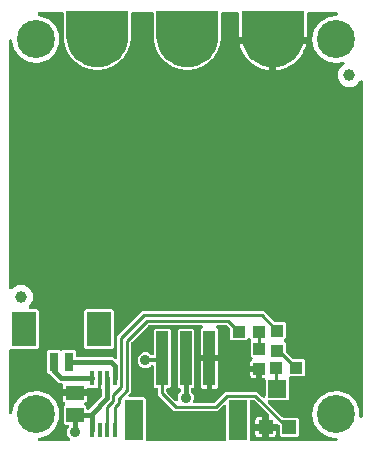
<source format=gbr>
G04 EAGLE Gerber RS-274X export*
G75*
%MOMM*%
%FSLAX34Y34*%
%LPD*%
%INTop Copper*%
%IPPOS*%
%AMOC8*
5,1,8,0,0,1.08239X$1,22.5*%
G01*
%ADD10C,1.000000*%
%ADD11C,3.216000*%
%ADD12R,0.400000X1.300000*%
%ADD13R,1.075000X1.000000*%
%ADD14R,1.000000X1.075000*%
%ADD15R,1.500000X1.240000*%
%ADD16R,1.600000X1.500000*%
%ADD17R,1.200000X1.200000*%
%ADD18R,0.800000X1.600000*%
%ADD19R,2.100000X3.000000*%
%ADD20R,1.000000X4.600000*%
%ADD21R,1.600000X3.400000*%
%ADD22C,4.216000*%
%ADD23C,0.906400*%
%ADD24C,0.254000*%
%ADD25C,0.304800*%
%ADD26C,0.406400*%

G36*
X252343Y345416D02*
X252343Y345416D01*
X252348Y345440D01*
X252348Y366140D01*
X252333Y366242D01*
X252325Y366344D01*
X252313Y366372D01*
X252308Y366403D01*
X252264Y366495D01*
X252226Y366591D01*
X252206Y366614D01*
X252193Y366642D01*
X252123Y366717D01*
X252058Y366797D01*
X252032Y366814D01*
X252011Y366836D01*
X251922Y366887D01*
X251837Y366944D01*
X251813Y366950D01*
X251781Y366968D01*
X251521Y367026D01*
X251483Y367023D01*
X251460Y367028D01*
X200660Y367028D01*
X200558Y367013D01*
X200456Y367005D01*
X200428Y366993D01*
X200397Y366988D01*
X200305Y366944D01*
X200209Y366906D01*
X200186Y366886D01*
X200158Y366873D01*
X200083Y366803D01*
X200003Y366738D01*
X199986Y366712D01*
X199964Y366691D01*
X199913Y366602D01*
X199856Y366517D01*
X199850Y366493D01*
X199832Y366461D01*
X199774Y366201D01*
X199777Y366163D01*
X199772Y366140D01*
X199772Y345440D01*
X199778Y345401D01*
X199774Y345377D01*
X199824Y344677D01*
X197230Y344677D01*
X197230Y364236D01*
X197227Y364262D01*
X197229Y364288D01*
X197207Y364435D01*
X197190Y364582D01*
X197182Y364607D01*
X197178Y364633D01*
X197123Y364771D01*
X197073Y364910D01*
X197059Y364932D01*
X197049Y364957D01*
X196964Y365078D01*
X196884Y365203D01*
X196865Y365221D01*
X196850Y365243D01*
X196740Y365342D01*
X196633Y365445D01*
X196611Y365459D01*
X196591Y365476D01*
X196461Y365548D01*
X196334Y365624D01*
X196309Y365632D01*
X196286Y365645D01*
X196143Y365685D01*
X196002Y365730D01*
X195976Y365732D01*
X195951Y365740D01*
X195707Y365759D01*
X183515Y365759D01*
X183489Y365756D01*
X183463Y365758D01*
X183316Y365736D01*
X183169Y365719D01*
X183144Y365711D01*
X183118Y365707D01*
X182980Y365652D01*
X182841Y365602D01*
X182819Y365588D01*
X182794Y365578D01*
X182673Y365493D01*
X182548Y365413D01*
X182530Y365394D01*
X182508Y365379D01*
X182409Y365269D01*
X182306Y365162D01*
X182292Y365140D01*
X182275Y365120D01*
X182203Y364990D01*
X182127Y364863D01*
X182119Y364838D01*
X182106Y364815D01*
X182066Y364672D01*
X182021Y364531D01*
X182019Y364505D01*
X182011Y364480D01*
X181992Y364236D01*
X181992Y347098D01*
X182000Y347026D01*
X181999Y346954D01*
X182020Y346854D01*
X182032Y346752D01*
X182056Y346684D01*
X182071Y346613D01*
X182081Y346591D01*
X181996Y345390D01*
X181997Y345350D01*
X181992Y345281D01*
X181992Y344065D01*
X181987Y344051D01*
X181943Y343958D01*
X181928Y343888D01*
X181903Y343820D01*
X181879Y343661D01*
X181869Y343618D01*
X181870Y343602D01*
X181866Y343578D01*
X181831Y343092D01*
X181832Y343075D01*
X181829Y343057D01*
X181840Y342901D01*
X181846Y342744D01*
X181851Y342727D01*
X181852Y342709D01*
X181898Y342559D01*
X181934Y342432D01*
X181734Y341515D01*
X181730Y341478D01*
X181703Y341300D01*
X181636Y340360D01*
X181607Y340329D01*
X181599Y340314D01*
X181587Y340300D01*
X181513Y340162D01*
X181436Y340025D01*
X181431Y340008D01*
X181423Y339993D01*
X181352Y339758D01*
X181211Y339109D01*
X181209Y339091D01*
X181203Y339074D01*
X181191Y338917D01*
X181176Y338762D01*
X181178Y338744D01*
X181177Y338726D01*
X181201Y338571D01*
X181218Y338441D01*
X180890Y337561D01*
X180881Y337524D01*
X180828Y337352D01*
X180628Y336432D01*
X180596Y336405D01*
X180585Y336391D01*
X180571Y336380D01*
X180479Y336254D01*
X180383Y336129D01*
X180376Y336113D01*
X180365Y336098D01*
X180262Y335877D01*
X180029Y335254D01*
X180025Y335236D01*
X180017Y335220D01*
X179983Y335067D01*
X179946Y334915D01*
X179945Y334897D01*
X179941Y334880D01*
X179943Y334723D01*
X179941Y334591D01*
X179491Y333767D01*
X179477Y333733D01*
X179473Y333724D01*
X179467Y333713D01*
X179464Y333703D01*
X179401Y333570D01*
X179072Y332687D01*
X179036Y332665D01*
X179023Y332653D01*
X179008Y332643D01*
X178899Y332532D01*
X178786Y332422D01*
X178776Y332407D01*
X178764Y332394D01*
X178630Y332190D01*
X178311Y331606D01*
X178304Y331589D01*
X178295Y331575D01*
X178239Y331429D01*
X178180Y331283D01*
X178177Y331265D01*
X178171Y331249D01*
X178151Y331094D01*
X178130Y330963D01*
X177567Y330211D01*
X177549Y330179D01*
X177450Y330028D01*
X176998Y329202D01*
X176960Y329185D01*
X176945Y329175D01*
X176929Y329168D01*
X176805Y329073D01*
X176678Y328980D01*
X176666Y328967D01*
X176652Y328956D01*
X176490Y328772D01*
X176092Y328240D01*
X176083Y328225D01*
X176071Y328211D01*
X175995Y328074D01*
X175916Y327939D01*
X175911Y327922D01*
X175902Y327906D01*
X175859Y327755D01*
X175821Y327629D01*
X175157Y326965D01*
X175134Y326936D01*
X175015Y326801D01*
X174450Y326047D01*
X174409Y326036D01*
X174393Y326028D01*
X174376Y326023D01*
X174240Y325947D01*
X174101Y325873D01*
X174088Y325862D01*
X174072Y325853D01*
X173886Y325694D01*
X173416Y325224D01*
X173404Y325210D01*
X173391Y325199D01*
X173296Y325074D01*
X173199Y324951D01*
X173191Y324935D01*
X173181Y324921D01*
X173117Y324778D01*
X173060Y324658D01*
X172309Y324095D01*
X172282Y324070D01*
X172145Y323953D01*
X171479Y323287D01*
X171437Y323282D01*
X171420Y323276D01*
X171402Y323274D01*
X171256Y323218D01*
X171109Y323165D01*
X171094Y323155D01*
X171077Y323149D01*
X170870Y323018D01*
X170338Y322620D01*
X170325Y322608D01*
X170309Y322598D01*
X170198Y322488D01*
X170084Y322380D01*
X170074Y322365D01*
X170062Y322353D01*
X169978Y322220D01*
X169906Y322110D01*
X169082Y321660D01*
X169051Y321639D01*
X168899Y321543D01*
X168145Y320978D01*
X168103Y320979D01*
X168085Y320976D01*
X168067Y320976D01*
X167914Y320941D01*
X167761Y320910D01*
X167745Y320902D01*
X167727Y320898D01*
X167504Y320799D01*
X166920Y320480D01*
X166906Y320470D01*
X166889Y320463D01*
X166763Y320369D01*
X166635Y320279D01*
X166624Y320266D01*
X166609Y320255D01*
X166507Y320135D01*
X166420Y320037D01*
X165540Y319709D01*
X165507Y319692D01*
X165343Y319619D01*
X164516Y319167D01*
X164475Y319174D01*
X164457Y319173D01*
X164439Y319176D01*
X164284Y319163D01*
X164127Y319154D01*
X164109Y319149D01*
X164092Y319148D01*
X163856Y319081D01*
X163233Y318848D01*
X163217Y318840D01*
X163200Y318836D01*
X163062Y318761D01*
X162923Y318690D01*
X162909Y318679D01*
X162893Y318670D01*
X162776Y318566D01*
X162675Y318481D01*
X161758Y318282D01*
X161722Y318269D01*
X161549Y318220D01*
X160667Y317891D01*
X160627Y317904D01*
X160609Y317906D01*
X160592Y317911D01*
X160436Y317920D01*
X160279Y317934D01*
X160262Y317931D01*
X160244Y317932D01*
X160001Y317899D01*
X159352Y317758D01*
X159335Y317752D01*
X159317Y317750D01*
X159170Y317696D01*
X159022Y317646D01*
X159007Y317636D01*
X158990Y317630D01*
X158858Y317544D01*
X158747Y317474D01*
X157810Y317407D01*
X157773Y317400D01*
X157595Y317376D01*
X156675Y317176D01*
X156637Y317194D01*
X156620Y317198D01*
X156603Y317206D01*
X156450Y317238D01*
X156297Y317273D01*
X156280Y317273D01*
X156262Y317276D01*
X156018Y317279D01*
X155354Y317231D01*
X155337Y317228D01*
X155319Y317228D01*
X155165Y317196D01*
X155012Y317167D01*
X154995Y317160D01*
X154978Y317156D01*
X154835Y317089D01*
X154715Y317036D01*
X153779Y317103D01*
X153741Y317101D01*
X153561Y317103D01*
X152622Y317036D01*
X152587Y317060D01*
X152571Y317066D01*
X152555Y317076D01*
X152408Y317129D01*
X152262Y317186D01*
X152244Y317188D01*
X152228Y317194D01*
X151986Y317231D01*
X151322Y317279D01*
X151305Y317278D01*
X151287Y317281D01*
X151131Y317270D01*
X150974Y317264D01*
X150957Y317259D01*
X150939Y317258D01*
X150789Y317212D01*
X150662Y317176D01*
X149745Y317376D01*
X149708Y317380D01*
X149530Y317407D01*
X148590Y317474D01*
X148559Y317503D01*
X148544Y317511D01*
X148530Y317523D01*
X148392Y317597D01*
X148255Y317674D01*
X148238Y317679D01*
X148223Y317687D01*
X147988Y317758D01*
X147339Y317899D01*
X147321Y317901D01*
X147304Y317907D01*
X147147Y317919D01*
X146992Y317934D01*
X146974Y317932D01*
X146956Y317933D01*
X146801Y317909D01*
X146671Y317892D01*
X145791Y318220D01*
X145754Y318229D01*
X145582Y318282D01*
X144662Y318482D01*
X144635Y318514D01*
X144621Y318525D01*
X144609Y318539D01*
X144484Y318631D01*
X144359Y318727D01*
X144343Y318734D01*
X144328Y318745D01*
X144107Y318848D01*
X143484Y319081D01*
X143466Y319085D01*
X143450Y319093D01*
X143298Y319127D01*
X143145Y319164D01*
X143127Y319165D01*
X143110Y319169D01*
X142954Y319167D01*
X142821Y319169D01*
X141997Y319619D01*
X141963Y319633D01*
X141800Y319709D01*
X140917Y320038D01*
X140895Y320074D01*
X140883Y320087D01*
X140873Y320102D01*
X140762Y320211D01*
X140652Y320324D01*
X140637Y320334D01*
X140624Y320346D01*
X140420Y320480D01*
X139836Y320799D01*
X139819Y320806D01*
X139805Y320815D01*
X139659Y320871D01*
X139513Y320930D01*
X139495Y320933D01*
X139479Y320939D01*
X139324Y320959D01*
X139193Y320980D01*
X138441Y321543D01*
X138409Y321561D01*
X138258Y321660D01*
X137432Y322112D01*
X137415Y322150D01*
X137405Y322165D01*
X137398Y322181D01*
X137303Y322305D01*
X137210Y322432D01*
X137197Y322444D01*
X137186Y322458D01*
X137002Y322620D01*
X136470Y323018D01*
X136455Y323027D01*
X136441Y323039D01*
X136304Y323115D01*
X136169Y323194D01*
X136152Y323199D01*
X136136Y323208D01*
X135985Y323251D01*
X135859Y323289D01*
X135195Y323953D01*
X135166Y323976D01*
X135031Y324095D01*
X134277Y324660D01*
X134266Y324701D01*
X134258Y324717D01*
X134253Y324734D01*
X134177Y324870D01*
X134103Y325009D01*
X134092Y325022D01*
X134083Y325038D01*
X133924Y325224D01*
X133454Y325694D01*
X133440Y325706D01*
X133429Y325719D01*
X133304Y325814D01*
X133181Y325911D01*
X133165Y325919D01*
X133151Y325929D01*
X133008Y325993D01*
X132888Y326050D01*
X132325Y326801D01*
X132300Y326828D01*
X132183Y326965D01*
X131517Y327631D01*
X131512Y327673D01*
X131506Y327690D01*
X131504Y327708D01*
X131448Y327854D01*
X131395Y328001D01*
X131385Y328016D01*
X131379Y328033D01*
X131248Y328240D01*
X130850Y328772D01*
X130838Y328785D01*
X130828Y328801D01*
X130718Y328912D01*
X130610Y329026D01*
X130595Y329036D01*
X130583Y329048D01*
X130451Y329131D01*
X130340Y329204D01*
X129890Y330028D01*
X129869Y330059D01*
X129773Y330211D01*
X129208Y330965D01*
X129209Y331007D01*
X129206Y331025D01*
X129206Y331043D01*
X129171Y331196D01*
X129140Y331349D01*
X129132Y331365D01*
X129128Y331383D01*
X129029Y331606D01*
X128710Y332190D01*
X128700Y332204D01*
X128693Y332221D01*
X128599Y332347D01*
X128509Y332475D01*
X128496Y332486D01*
X128485Y332501D01*
X128365Y332603D01*
X128267Y332690D01*
X127939Y333570D01*
X127922Y333603D01*
X127849Y333767D01*
X127397Y334594D01*
X127404Y334636D01*
X127403Y334653D01*
X127406Y334671D01*
X127393Y334827D01*
X127384Y334984D01*
X127379Y335001D01*
X127378Y335018D01*
X127311Y335254D01*
X127078Y335877D01*
X127070Y335893D01*
X127066Y335910D01*
X126991Y336048D01*
X126920Y336187D01*
X126909Y336201D01*
X126900Y336217D01*
X126796Y336334D01*
X126711Y336435D01*
X126512Y337352D01*
X126500Y337387D01*
X126450Y337561D01*
X126121Y338443D01*
X126134Y338483D01*
X126136Y338501D01*
X126141Y338518D01*
X126150Y338674D01*
X126164Y338831D01*
X126161Y338848D01*
X126162Y338866D01*
X126129Y339109D01*
X125988Y339758D01*
X125982Y339775D01*
X125980Y339793D01*
X125926Y339940D01*
X125876Y340088D01*
X125866Y340103D01*
X125860Y340120D01*
X125774Y340252D01*
X125704Y340363D01*
X125637Y341300D01*
X125630Y341337D01*
X125606Y341515D01*
X125406Y342435D01*
X125424Y342473D01*
X125428Y342490D01*
X125436Y342507D01*
X125468Y342660D01*
X125503Y342813D01*
X125503Y342830D01*
X125507Y342848D01*
X125509Y343092D01*
X125474Y343578D01*
X125461Y343649D01*
X125457Y343721D01*
X125429Y343820D01*
X125410Y343920D01*
X125380Y343987D01*
X125360Y344056D01*
X125348Y344078D01*
X125348Y345281D01*
X125346Y345303D01*
X125347Y345324D01*
X125344Y345347D01*
X125344Y345390D01*
X125258Y346603D01*
X125262Y346617D01*
X125299Y346713D01*
X125309Y346785D01*
X125329Y346854D01*
X125342Y347014D01*
X125348Y347058D01*
X125346Y347074D01*
X125348Y347098D01*
X125348Y364236D01*
X125345Y364262D01*
X125347Y364288D01*
X125325Y364435D01*
X125308Y364582D01*
X125300Y364607D01*
X125296Y364633D01*
X125241Y364771D01*
X125191Y364910D01*
X125177Y364932D01*
X125167Y364957D01*
X125082Y365078D01*
X125002Y365203D01*
X124983Y365221D01*
X124968Y365243D01*
X124858Y365342D01*
X124751Y365445D01*
X124729Y365459D01*
X124709Y365476D01*
X124579Y365548D01*
X124452Y365624D01*
X124427Y365632D01*
X124404Y365645D01*
X124261Y365685D01*
X124120Y365730D01*
X124094Y365732D01*
X124069Y365740D01*
X123825Y365759D01*
X107315Y365759D01*
X107289Y365756D01*
X107263Y365758D01*
X107116Y365736D01*
X106969Y365719D01*
X106944Y365711D01*
X106918Y365707D01*
X106780Y365652D01*
X106641Y365602D01*
X106619Y365588D01*
X106594Y365578D01*
X106473Y365493D01*
X106348Y365413D01*
X106330Y365394D01*
X106308Y365379D01*
X106209Y365269D01*
X106106Y365162D01*
X106092Y365140D01*
X106075Y365120D01*
X106003Y364990D01*
X105927Y364863D01*
X105919Y364838D01*
X105906Y364815D01*
X105866Y364672D01*
X105821Y364531D01*
X105819Y364505D01*
X105811Y364480D01*
X105792Y364236D01*
X105792Y347098D01*
X105800Y347026D01*
X105799Y346954D01*
X105820Y346854D01*
X105832Y346752D01*
X105856Y346684D01*
X105871Y346613D01*
X105881Y346591D01*
X105796Y345390D01*
X105797Y345350D01*
X105792Y345281D01*
X105792Y344065D01*
X105787Y344051D01*
X105743Y343958D01*
X105728Y343888D01*
X105703Y343820D01*
X105679Y343661D01*
X105669Y343618D01*
X105670Y343602D01*
X105666Y343578D01*
X105631Y343092D01*
X105632Y343075D01*
X105629Y343057D01*
X105640Y342901D01*
X105646Y342744D01*
X105651Y342727D01*
X105652Y342709D01*
X105698Y342559D01*
X105734Y342432D01*
X105534Y341515D01*
X105530Y341478D01*
X105503Y341300D01*
X105436Y340360D01*
X105407Y340329D01*
X105399Y340313D01*
X105387Y340300D01*
X105313Y340162D01*
X105236Y340025D01*
X105231Y340008D01*
X105223Y339993D01*
X105152Y339759D01*
X105011Y339109D01*
X105009Y339091D01*
X105003Y339074D01*
X104991Y338917D01*
X104976Y338762D01*
X104978Y338744D01*
X104977Y338726D01*
X105001Y338571D01*
X105018Y338440D01*
X104690Y337561D01*
X104681Y337524D01*
X104628Y337352D01*
X104428Y336432D01*
X104396Y336405D01*
X104385Y336391D01*
X104371Y336379D01*
X104279Y336254D01*
X104183Y336129D01*
X104176Y336113D01*
X104165Y336098D01*
X104062Y335877D01*
X103829Y335254D01*
X103825Y335236D01*
X103817Y335220D01*
X103783Y335068D01*
X103746Y334915D01*
X103745Y334897D01*
X103741Y334880D01*
X103743Y334724D01*
X103741Y334591D01*
X103291Y333767D01*
X103277Y333733D01*
X103273Y333724D01*
X103267Y333713D01*
X103264Y333703D01*
X103201Y333570D01*
X102872Y332687D01*
X102836Y332665D01*
X102823Y332653D01*
X102808Y332643D01*
X102699Y332532D01*
X102586Y332422D01*
X102576Y332407D01*
X102564Y332394D01*
X102430Y332190D01*
X102111Y331606D01*
X102104Y331589D01*
X102095Y331575D01*
X102039Y331429D01*
X101980Y331283D01*
X101977Y331265D01*
X101971Y331249D01*
X101951Y331094D01*
X101930Y330963D01*
X101367Y330211D01*
X101349Y330179D01*
X101250Y330028D01*
X100798Y329202D01*
X100760Y329185D01*
X100745Y329175D01*
X100729Y329168D01*
X100605Y329073D01*
X100478Y328980D01*
X100466Y328967D01*
X100452Y328956D01*
X100290Y328772D01*
X99892Y328240D01*
X99883Y328225D01*
X99871Y328211D01*
X99795Y328074D01*
X99716Y327939D01*
X99711Y327922D01*
X99702Y327906D01*
X99659Y327755D01*
X99621Y327629D01*
X98957Y326965D01*
X98934Y326936D01*
X98815Y326801D01*
X98250Y326047D01*
X98209Y326036D01*
X98193Y326028D01*
X98176Y326023D01*
X98040Y325947D01*
X97901Y325873D01*
X97888Y325862D01*
X97872Y325853D01*
X97686Y325694D01*
X97216Y325224D01*
X97204Y325210D01*
X97191Y325199D01*
X97096Y325074D01*
X96999Y324951D01*
X96991Y324935D01*
X96981Y324921D01*
X96917Y324778D01*
X96860Y324658D01*
X96109Y324095D01*
X96082Y324070D01*
X95945Y323953D01*
X95279Y323287D01*
X95237Y323282D01*
X95220Y323276D01*
X95202Y323274D01*
X95056Y323218D01*
X94909Y323165D01*
X94894Y323155D01*
X94877Y323149D01*
X94670Y323018D01*
X94138Y322620D01*
X94125Y322608D01*
X94109Y322598D01*
X93998Y322488D01*
X93884Y322380D01*
X93874Y322365D01*
X93862Y322353D01*
X93779Y322221D01*
X93706Y322110D01*
X92882Y321660D01*
X92851Y321639D01*
X92699Y321543D01*
X91945Y320978D01*
X91903Y320979D01*
X91885Y320976D01*
X91867Y320976D01*
X91714Y320941D01*
X91561Y320910D01*
X91545Y320902D01*
X91527Y320898D01*
X91304Y320799D01*
X90720Y320480D01*
X90706Y320470D01*
X90689Y320463D01*
X90563Y320369D01*
X90435Y320279D01*
X90424Y320266D01*
X90409Y320255D01*
X90307Y320135D01*
X90220Y320037D01*
X89340Y319709D01*
X89307Y319692D01*
X89143Y319619D01*
X88316Y319167D01*
X88274Y319174D01*
X88257Y319173D01*
X88239Y319176D01*
X88083Y319163D01*
X87926Y319154D01*
X87909Y319149D01*
X87892Y319148D01*
X87656Y319081D01*
X87033Y318848D01*
X87017Y318840D01*
X87000Y318836D01*
X86862Y318761D01*
X86723Y318690D01*
X86709Y318679D01*
X86693Y318670D01*
X86576Y318566D01*
X86475Y318481D01*
X85558Y318282D01*
X85522Y318269D01*
X85349Y318220D01*
X84467Y317891D01*
X84427Y317904D01*
X84409Y317906D01*
X84392Y317911D01*
X84236Y317920D01*
X84079Y317934D01*
X84062Y317931D01*
X84044Y317932D01*
X83801Y317899D01*
X83152Y317758D01*
X83135Y317752D01*
X83117Y317750D01*
X82970Y317696D01*
X82822Y317646D01*
X82807Y317636D01*
X82790Y317630D01*
X82658Y317544D01*
X82547Y317474D01*
X81610Y317407D01*
X81573Y317400D01*
X81395Y317376D01*
X80475Y317176D01*
X80437Y317194D01*
X80420Y317198D01*
X80403Y317206D01*
X80250Y317238D01*
X80097Y317273D01*
X80080Y317273D01*
X80062Y317277D01*
X79818Y317279D01*
X79154Y317231D01*
X79137Y317228D01*
X79119Y317228D01*
X78966Y317196D01*
X78812Y317167D01*
X78795Y317160D01*
X78778Y317156D01*
X78635Y317089D01*
X78515Y317036D01*
X77579Y317103D01*
X77541Y317101D01*
X77361Y317103D01*
X76422Y317036D01*
X76387Y317060D01*
X76370Y317066D01*
X76355Y317076D01*
X76208Y317129D01*
X76062Y317186D01*
X76044Y317188D01*
X76028Y317194D01*
X75786Y317231D01*
X75122Y317279D01*
X75105Y317278D01*
X75087Y317281D01*
X74931Y317270D01*
X74774Y317264D01*
X74757Y317259D01*
X74739Y317258D01*
X74589Y317212D01*
X74462Y317176D01*
X73545Y317376D01*
X73508Y317380D01*
X73330Y317407D01*
X72390Y317474D01*
X72359Y317503D01*
X72344Y317511D01*
X72330Y317523D01*
X72192Y317597D01*
X72055Y317674D01*
X72038Y317679D01*
X72023Y317687D01*
X71788Y317758D01*
X71139Y317899D01*
X71121Y317901D01*
X71104Y317907D01*
X70947Y317919D01*
X70792Y317934D01*
X70774Y317932D01*
X70756Y317933D01*
X70601Y317909D01*
X70471Y317892D01*
X69591Y318220D01*
X69554Y318229D01*
X69382Y318282D01*
X68462Y318482D01*
X68435Y318514D01*
X68421Y318525D01*
X68409Y318539D01*
X68284Y318631D01*
X68159Y318727D01*
X68143Y318734D01*
X68128Y318745D01*
X67907Y318848D01*
X67284Y319081D01*
X67266Y319085D01*
X67250Y319093D01*
X67098Y319127D01*
X66945Y319164D01*
X66927Y319165D01*
X66910Y319169D01*
X66754Y319167D01*
X66621Y319169D01*
X65797Y319619D01*
X65763Y319633D01*
X65600Y319709D01*
X64717Y320038D01*
X64695Y320074D01*
X64683Y320087D01*
X64673Y320102D01*
X64562Y320211D01*
X64452Y320324D01*
X64437Y320334D01*
X64424Y320346D01*
X64220Y320480D01*
X63636Y320799D01*
X63619Y320806D01*
X63605Y320815D01*
X63459Y320871D01*
X63313Y320930D01*
X63295Y320933D01*
X63279Y320939D01*
X63124Y320959D01*
X62993Y320980D01*
X62241Y321543D01*
X62209Y321561D01*
X62058Y321660D01*
X61232Y322112D01*
X61215Y322150D01*
X61205Y322165D01*
X61198Y322181D01*
X61103Y322305D01*
X61010Y322432D01*
X60997Y322444D01*
X60986Y322458D01*
X60802Y322620D01*
X60270Y323018D01*
X60255Y323027D01*
X60241Y323039D01*
X60104Y323115D01*
X59969Y323194D01*
X59952Y323199D01*
X59936Y323208D01*
X59785Y323251D01*
X59659Y323289D01*
X58995Y323953D01*
X58966Y323976D01*
X58831Y324095D01*
X58077Y324660D01*
X58066Y324701D01*
X58058Y324717D01*
X58053Y324734D01*
X57977Y324870D01*
X57903Y325009D01*
X57892Y325022D01*
X57883Y325038D01*
X57724Y325224D01*
X57254Y325694D01*
X57240Y325706D01*
X57229Y325719D01*
X57104Y325814D01*
X56981Y325911D01*
X56965Y325919D01*
X56951Y325929D01*
X56808Y325993D01*
X56688Y326050D01*
X56125Y326801D01*
X56100Y326828D01*
X55983Y326965D01*
X55317Y327631D01*
X55312Y327673D01*
X55306Y327690D01*
X55304Y327708D01*
X55248Y327854D01*
X55195Y328001D01*
X55185Y328016D01*
X55179Y328033D01*
X55048Y328240D01*
X54650Y328772D01*
X54638Y328785D01*
X54628Y328801D01*
X54518Y328912D01*
X54410Y329026D01*
X54395Y329036D01*
X54383Y329048D01*
X54251Y329131D01*
X54140Y329204D01*
X53690Y330028D01*
X53669Y330059D01*
X53573Y330211D01*
X53008Y330965D01*
X53009Y331007D01*
X53006Y331025D01*
X53006Y331043D01*
X52971Y331196D01*
X52940Y331349D01*
X52932Y331365D01*
X52928Y331383D01*
X52829Y331606D01*
X52510Y332190D01*
X52500Y332204D01*
X52493Y332221D01*
X52399Y332347D01*
X52309Y332475D01*
X52296Y332486D01*
X52285Y332501D01*
X52165Y332603D01*
X52067Y332690D01*
X51739Y333570D01*
X51722Y333603D01*
X51649Y333767D01*
X51197Y334594D01*
X51204Y334636D01*
X51203Y334653D01*
X51206Y334671D01*
X51193Y334827D01*
X51184Y334984D01*
X51179Y335001D01*
X51178Y335018D01*
X51111Y335254D01*
X50878Y335877D01*
X50870Y335893D01*
X50866Y335910D01*
X50791Y336048D01*
X50720Y336187D01*
X50709Y336201D01*
X50700Y336217D01*
X50596Y336334D01*
X50511Y336435D01*
X50312Y337352D01*
X50300Y337387D01*
X50250Y337561D01*
X49921Y338443D01*
X49934Y338483D01*
X49936Y338501D01*
X49941Y338518D01*
X49950Y338674D01*
X49964Y338831D01*
X49961Y338848D01*
X49962Y338866D01*
X49929Y339109D01*
X49788Y339758D01*
X49782Y339775D01*
X49780Y339793D01*
X49726Y339940D01*
X49676Y340088D01*
X49666Y340103D01*
X49660Y340120D01*
X49574Y340252D01*
X49504Y340363D01*
X49437Y341300D01*
X49430Y341337D01*
X49406Y341515D01*
X49206Y342435D01*
X49224Y342473D01*
X49228Y342490D01*
X49236Y342507D01*
X49268Y342660D01*
X49303Y342813D01*
X49303Y342830D01*
X49307Y342848D01*
X49309Y343092D01*
X49274Y343578D01*
X49261Y343649D01*
X49257Y343721D01*
X49229Y343820D01*
X49210Y343920D01*
X49180Y343987D01*
X49160Y344056D01*
X49148Y344078D01*
X49148Y345281D01*
X49146Y345303D01*
X49147Y345324D01*
X49144Y345347D01*
X49144Y345390D01*
X49058Y346603D01*
X49062Y346617D01*
X49099Y346713D01*
X49109Y346785D01*
X49129Y346854D01*
X49142Y347014D01*
X49148Y347058D01*
X49146Y347074D01*
X49148Y347098D01*
X49148Y364236D01*
X49145Y364262D01*
X49147Y364288D01*
X49125Y364435D01*
X49108Y364582D01*
X49100Y364607D01*
X49096Y364633D01*
X49041Y364771D01*
X48991Y364910D01*
X48977Y364932D01*
X48967Y364957D01*
X48882Y365078D01*
X48802Y365203D01*
X48783Y365221D01*
X48768Y365243D01*
X48658Y365342D01*
X48551Y365445D01*
X48529Y365459D01*
X48509Y365476D01*
X48379Y365548D01*
X48252Y365624D01*
X48227Y365632D01*
X48204Y365645D01*
X48061Y365685D01*
X47920Y365730D01*
X47894Y365732D01*
X47869Y365740D01*
X47625Y365759D01*
X28372Y365759D01*
X28263Y365747D01*
X28153Y365743D01*
X28090Y365727D01*
X28026Y365719D01*
X27922Y365682D01*
X27816Y365654D01*
X27759Y365624D01*
X27698Y365602D01*
X27605Y365542D01*
X27508Y365491D01*
X27459Y365448D01*
X27405Y365413D01*
X27328Y365334D01*
X27245Y365261D01*
X27208Y365209D01*
X27163Y365162D01*
X27106Y365068D01*
X27042Y364979D01*
X27017Y364919D01*
X26984Y364863D01*
X26950Y364758D01*
X26908Y364657D01*
X26897Y364593D01*
X26878Y364531D01*
X26869Y364422D01*
X26851Y364313D01*
X26855Y364248D01*
X26850Y364184D01*
X26866Y364075D01*
X26873Y363965D01*
X26892Y363903D01*
X26901Y363839D01*
X26942Y363737D01*
X26974Y363632D01*
X27006Y363575D01*
X27030Y363515D01*
X27093Y363425D01*
X27148Y363330D01*
X27192Y363282D01*
X27229Y363229D01*
X27311Y363156D01*
X27386Y363075D01*
X27440Y363039D01*
X27488Y362996D01*
X27584Y362942D01*
X27675Y362881D01*
X27754Y362849D01*
X27793Y362827D01*
X27832Y362816D01*
X27901Y362787D01*
X35463Y360330D01*
X41683Y354730D01*
X45087Y347085D01*
X45087Y338715D01*
X41683Y331070D01*
X35463Y325470D01*
X27504Y322884D01*
X19181Y323758D01*
X11933Y327943D01*
X7013Y334714D01*
X5554Y341580D01*
X5549Y341594D01*
X5547Y341609D01*
X5494Y341760D01*
X5443Y341910D01*
X5435Y341923D01*
X5430Y341937D01*
X5343Y342072D01*
X5260Y342207D01*
X5249Y342217D01*
X5241Y342230D01*
X5126Y342341D01*
X5014Y342454D01*
X5001Y342462D01*
X4990Y342472D01*
X4853Y342554D01*
X4719Y342638D01*
X4704Y342643D01*
X4691Y342651D01*
X4539Y342700D01*
X4389Y342751D01*
X4374Y342753D01*
X4359Y342757D01*
X4201Y342770D01*
X4042Y342786D01*
X4027Y342784D01*
X4012Y342785D01*
X3855Y342762D01*
X3696Y342741D01*
X3682Y342736D01*
X3667Y342734D01*
X3519Y342675D01*
X3370Y342619D01*
X3357Y342611D01*
X3343Y342605D01*
X3213Y342514D01*
X3080Y342426D01*
X3070Y342415D01*
X3057Y342406D01*
X2951Y342288D01*
X2841Y342172D01*
X2834Y342159D01*
X2824Y342147D01*
X2746Y342008D01*
X2667Y341870D01*
X2663Y341856D01*
X2655Y341842D01*
X2612Y341688D01*
X2566Y341537D01*
X2565Y341522D01*
X2560Y341507D01*
X2541Y341263D01*
X2541Y132550D01*
X2555Y132426D01*
X2561Y132301D01*
X2575Y132253D01*
X2581Y132204D01*
X2623Y132086D01*
X2657Y131966D01*
X2681Y131922D01*
X2698Y131876D01*
X2766Y131770D01*
X2827Y131661D01*
X2860Y131625D01*
X2887Y131583D01*
X2977Y131496D01*
X3061Y131403D01*
X3102Y131375D01*
X3138Y131341D01*
X3245Y131276D01*
X3348Y131205D01*
X3394Y131187D01*
X3437Y131162D01*
X3556Y131124D01*
X3672Y131078D01*
X3722Y131071D01*
X3769Y131056D01*
X3893Y131045D01*
X4017Y131027D01*
X4067Y131032D01*
X4116Y131028D01*
X4240Y131046D01*
X4365Y131057D01*
X4412Y131072D01*
X4461Y131079D01*
X4577Y131125D01*
X4696Y131164D01*
X4739Y131190D01*
X4785Y131208D01*
X4887Y131279D01*
X4995Y131344D01*
X5030Y131379D01*
X5071Y131407D01*
X5154Y131500D01*
X5244Y131587D01*
X5280Y131639D01*
X5304Y131666D01*
X5327Y131707D01*
X5378Y131780D01*
X10020Y134461D01*
X15380Y134461D01*
X20021Y131781D01*
X22701Y127140D01*
X22701Y121780D01*
X20003Y117107D01*
X19965Y117083D01*
X19930Y117047D01*
X19890Y117018D01*
X19810Y116922D01*
X19723Y116832D01*
X19697Y116790D01*
X19665Y116752D01*
X19608Y116640D01*
X19544Y116533D01*
X19529Y116486D01*
X19506Y116442D01*
X19476Y116320D01*
X19438Y116201D01*
X19434Y116152D01*
X19422Y116104D01*
X19420Y115978D01*
X19410Y115854D01*
X19417Y115805D01*
X19416Y115755D01*
X19443Y115633D01*
X19461Y115509D01*
X19480Y115463D01*
X19490Y115414D01*
X19544Y115301D01*
X19590Y115185D01*
X19618Y115145D01*
X19640Y115100D01*
X19718Y115002D01*
X19789Y114899D01*
X19826Y114866D01*
X19857Y114827D01*
X19955Y114749D01*
X20048Y114666D01*
X20091Y114642D01*
X20130Y114611D01*
X20243Y114558D01*
X20353Y114497D01*
X20401Y114484D01*
X20445Y114463D01*
X20568Y114436D01*
X20688Y114402D01*
X20750Y114397D01*
X20786Y114390D01*
X20834Y114391D01*
X20932Y114383D01*
X26482Y114383D01*
X27673Y113192D01*
X27673Y81508D01*
X26482Y80317D01*
X4064Y80317D01*
X4038Y80314D01*
X4012Y80316D01*
X3865Y80294D01*
X3718Y80277D01*
X3693Y80269D01*
X3667Y80265D01*
X3529Y80210D01*
X3390Y80160D01*
X3368Y80146D01*
X3343Y80136D01*
X3222Y80051D01*
X3097Y79971D01*
X3079Y79952D01*
X3057Y79937D01*
X2958Y79827D01*
X2855Y79720D01*
X2841Y79698D01*
X2824Y79678D01*
X2752Y79548D01*
X2676Y79421D01*
X2668Y79396D01*
X2655Y79373D01*
X2615Y79230D01*
X2570Y79089D01*
X2568Y79063D01*
X2560Y79038D01*
X2541Y78794D01*
X2541Y27083D01*
X2541Y27078D01*
X2541Y27041D01*
X2543Y27025D01*
X2542Y27009D01*
X2559Y26879D01*
X2562Y26831D01*
X2568Y26810D01*
X2581Y26694D01*
X2586Y26680D01*
X2588Y26664D01*
X2645Y26515D01*
X2698Y26366D01*
X2707Y26353D01*
X2712Y26338D01*
X2801Y26206D01*
X2887Y26073D01*
X2898Y26062D01*
X2907Y26049D01*
X3023Y25942D01*
X3137Y25831D01*
X3151Y25823D01*
X3162Y25812D01*
X3300Y25734D01*
X3436Y25652D01*
X3451Y25647D01*
X3465Y25639D01*
X3617Y25594D01*
X3768Y25545D01*
X3784Y25544D01*
X3799Y25540D01*
X3957Y25530D01*
X4116Y25517D01*
X4131Y25519D01*
X4147Y25519D01*
X4303Y25545D01*
X4460Y25569D01*
X4475Y25574D01*
X4490Y25577D01*
X4637Y25639D01*
X4784Y25697D01*
X4797Y25706D01*
X4812Y25712D01*
X4940Y25805D01*
X5071Y25896D01*
X5081Y25908D01*
X5094Y25917D01*
X5198Y26037D01*
X5304Y26154D01*
X5312Y26168D01*
X5322Y26180D01*
X5396Y26321D01*
X5473Y26459D01*
X5477Y26474D01*
X5485Y26488D01*
X5554Y26723D01*
X7013Y33586D01*
X11933Y40357D01*
X19181Y44542D01*
X27504Y45416D01*
X35463Y42830D01*
X41683Y37230D01*
X45087Y29585D01*
X45087Y21215D01*
X41683Y13570D01*
X35463Y7970D01*
X27901Y5513D01*
X27801Y5467D01*
X27698Y5430D01*
X27643Y5395D01*
X27584Y5368D01*
X27497Y5301D01*
X27405Y5241D01*
X27360Y5194D01*
X27309Y5155D01*
X27239Y5069D01*
X27163Y4990D01*
X27129Y4935D01*
X27088Y4884D01*
X27040Y4786D01*
X26984Y4691D01*
X26964Y4629D01*
X26936Y4571D01*
X26911Y4464D01*
X26878Y4359D01*
X26872Y4295D01*
X26858Y4231D01*
X26858Y4121D01*
X26850Y4012D01*
X26859Y3948D01*
X26859Y3883D01*
X26885Y3776D01*
X26901Y3667D01*
X26925Y3607D01*
X26940Y3544D01*
X26989Y3445D01*
X27030Y3343D01*
X27067Y3290D01*
X27096Y3232D01*
X27166Y3147D01*
X27229Y3057D01*
X27277Y3014D01*
X27318Y2964D01*
X27406Y2897D01*
X27488Y2824D01*
X27544Y2792D01*
X27596Y2753D01*
X27696Y2708D01*
X27793Y2655D01*
X27855Y2638D01*
X27914Y2611D01*
X28022Y2590D01*
X28128Y2560D01*
X28213Y2554D01*
X28256Y2545D01*
X28298Y2547D01*
X28372Y2541D01*
X53078Y2541D01*
X53178Y2552D01*
X53278Y2554D01*
X53350Y2572D01*
X53424Y2581D01*
X53519Y2614D01*
X53616Y2639D01*
X53682Y2673D01*
X53752Y2698D01*
X53837Y2753D01*
X53926Y2799D01*
X53983Y2847D01*
X54045Y2887D01*
X54115Y2959D01*
X54191Y3024D01*
X54235Y3084D01*
X54287Y3138D01*
X54339Y3224D01*
X54398Y3305D01*
X54428Y3373D01*
X54466Y3437D01*
X54497Y3533D01*
X54536Y3625D01*
X54550Y3698D01*
X54572Y3769D01*
X54580Y3869D01*
X54598Y3968D01*
X54594Y4042D01*
X54600Y4116D01*
X54585Y4216D01*
X54580Y4316D01*
X54560Y4387D01*
X54549Y4461D01*
X54511Y4554D01*
X54484Y4651D01*
X54447Y4716D01*
X54420Y4785D01*
X54363Y4867D01*
X54313Y4955D01*
X54248Y5031D01*
X54221Y5071D01*
X54194Y5095D01*
X54155Y5141D01*
X52855Y6441D01*
X51855Y8854D01*
X51855Y11466D01*
X52855Y13879D01*
X52933Y13957D01*
X52995Y14035D01*
X53065Y14108D01*
X53103Y14172D01*
X53150Y14230D01*
X53193Y14321D01*
X53244Y14407D01*
X53267Y14478D01*
X53298Y14545D01*
X53320Y14643D01*
X53350Y14739D01*
X53356Y14813D01*
X53372Y14886D01*
X53370Y14986D01*
X53378Y15086D01*
X53367Y15160D01*
X53366Y15234D01*
X53341Y15332D01*
X53327Y15431D01*
X53299Y15500D01*
X53281Y15572D01*
X53235Y15662D01*
X53198Y15755D01*
X53155Y15816D01*
X53121Y15882D01*
X53056Y15959D01*
X52999Y16041D01*
X52944Y16091D01*
X52896Y16147D01*
X52815Y16207D01*
X52740Y16274D01*
X52675Y16310D01*
X52615Y16354D01*
X52523Y16394D01*
X52435Y16443D01*
X52364Y16463D01*
X52295Y16493D01*
X52196Y16510D01*
X52100Y16538D01*
X52000Y16546D01*
X51952Y16554D01*
X51917Y16552D01*
X51856Y16557D01*
X50078Y16557D01*
X48887Y17748D01*
X48887Y31832D01*
X50018Y32963D01*
X50050Y33003D01*
X50088Y33037D01*
X50158Y33139D01*
X50235Y33236D01*
X50256Y33282D01*
X50286Y33324D01*
X50331Y33439D01*
X50384Y33551D01*
X50394Y33601D01*
X50413Y33648D01*
X50431Y33771D01*
X50457Y33892D01*
X50456Y33943D01*
X50464Y33993D01*
X50453Y34117D01*
X50451Y34240D01*
X50439Y34290D01*
X50434Y34340D01*
X50396Y34458D01*
X50366Y34578D01*
X50343Y34624D01*
X50327Y34672D01*
X50263Y34778D01*
X50206Y34888D01*
X50173Y34927D01*
X50147Y34970D01*
X50061Y35059D01*
X49981Y35153D01*
X49939Y35184D01*
X49904Y35220D01*
X49703Y35359D01*
X49360Y35557D01*
X48887Y36030D01*
X48552Y36609D01*
X48379Y37255D01*
X48379Y40743D01*
X56896Y40743D01*
X56922Y40746D01*
X56948Y40744D01*
X57095Y40766D01*
X57242Y40783D01*
X57267Y40791D01*
X57293Y40795D01*
X57431Y40850D01*
X57570Y40900D01*
X57592Y40914D01*
X57617Y40924D01*
X57738Y41009D01*
X57863Y41089D01*
X57881Y41108D01*
X57903Y41123D01*
X58002Y41233D01*
X58105Y41340D01*
X58119Y41362D01*
X58136Y41382D01*
X58208Y41512D01*
X58284Y41639D01*
X58292Y41664D01*
X58305Y41687D01*
X58345Y41830D01*
X58390Y41971D01*
X58392Y41997D01*
X58400Y42022D01*
X58419Y42266D01*
X58419Y45314D01*
X58416Y45340D01*
X58418Y45366D01*
X58396Y45513D01*
X58379Y45660D01*
X58370Y45685D01*
X58367Y45711D01*
X58312Y45849D01*
X58262Y45988D01*
X58248Y46010D01*
X58238Y46035D01*
X58153Y46156D01*
X58073Y46281D01*
X58054Y46299D01*
X58039Y46321D01*
X57929Y46420D01*
X57822Y46523D01*
X57800Y46537D01*
X57780Y46554D01*
X57650Y46626D01*
X57523Y46702D01*
X57498Y46710D01*
X57475Y46723D01*
X57332Y46763D01*
X57191Y46808D01*
X57165Y46810D01*
X57140Y46818D01*
X56896Y46837D01*
X48379Y46837D01*
X48379Y50292D01*
X48376Y50318D01*
X48378Y50344D01*
X48356Y50491D01*
X48339Y50638D01*
X48331Y50663D01*
X48327Y50689D01*
X48272Y50827D01*
X48222Y50966D01*
X48208Y50988D01*
X48198Y51013D01*
X48113Y51134D01*
X48033Y51259D01*
X48014Y51277D01*
X47999Y51299D01*
X47889Y51398D01*
X47782Y51501D01*
X47760Y51515D01*
X47740Y51532D01*
X47610Y51604D01*
X47483Y51680D01*
X47458Y51688D01*
X47435Y51701D01*
X47292Y51741D01*
X47151Y51786D01*
X47125Y51788D01*
X47100Y51796D01*
X46856Y51815D01*
X45306Y51815D01*
X42479Y54642D01*
X37750Y59371D01*
X37651Y59450D01*
X37558Y59534D01*
X37515Y59558D01*
X37477Y59588D01*
X37363Y59642D01*
X37253Y59703D01*
X37206Y59716D01*
X37162Y59737D01*
X37039Y59763D01*
X36917Y59798D01*
X36856Y59803D01*
X36822Y59810D01*
X36774Y59809D01*
X36673Y59817D01*
X35898Y59817D01*
X34707Y61008D01*
X34707Y78692D01*
X35898Y79883D01*
X45582Y79883D01*
X45913Y79552D01*
X45933Y79536D01*
X45950Y79516D01*
X46070Y79427D01*
X46186Y79335D01*
X46210Y79324D01*
X46231Y79308D01*
X46367Y79250D01*
X46501Y79186D01*
X46527Y79181D01*
X46551Y79170D01*
X46697Y79144D01*
X46842Y79113D01*
X46868Y79113D01*
X46894Y79109D01*
X47042Y79116D01*
X47190Y79119D01*
X47216Y79125D01*
X47242Y79127D01*
X47384Y79168D01*
X47528Y79204D01*
X47552Y79216D01*
X47577Y79223D01*
X47706Y79295D01*
X47838Y79364D01*
X47858Y79381D01*
X47881Y79393D01*
X48067Y79552D01*
X48398Y79883D01*
X58082Y79883D01*
X59273Y78692D01*
X59273Y75438D01*
X59276Y75412D01*
X59274Y75386D01*
X59296Y75239D01*
X59313Y75092D01*
X59321Y75067D01*
X59325Y75041D01*
X59380Y74903D01*
X59430Y74764D01*
X59444Y74742D01*
X59454Y74717D01*
X59539Y74596D01*
X59619Y74471D01*
X59638Y74453D01*
X59653Y74431D01*
X59763Y74332D01*
X59870Y74229D01*
X59892Y74215D01*
X59912Y74198D01*
X60042Y74126D01*
X60169Y74050D01*
X60194Y74042D01*
X60217Y74029D01*
X60360Y73989D01*
X60501Y73944D01*
X60527Y73942D01*
X60552Y73934D01*
X60796Y73915D01*
X90584Y73915D01*
X91887Y72611D01*
X91966Y72549D01*
X92038Y72479D01*
X92102Y72441D01*
X92160Y72395D01*
X92251Y72352D01*
X92337Y72300D01*
X92408Y72278D01*
X92475Y72246D01*
X92573Y72225D01*
X92669Y72194D01*
X92743Y72188D01*
X92816Y72173D01*
X92916Y72174D01*
X93016Y72166D01*
X93090Y72177D01*
X93164Y72179D01*
X93261Y72203D01*
X93361Y72218D01*
X93430Y72245D01*
X93502Y72264D01*
X93591Y72310D01*
X93685Y72347D01*
X93746Y72389D01*
X93812Y72423D01*
X93888Y72488D01*
X93971Y72546D01*
X94021Y72601D01*
X94077Y72649D01*
X94137Y72730D01*
X94204Y72804D01*
X94240Y72869D01*
X94285Y72929D01*
X94324Y73022D01*
X94373Y73109D01*
X94393Y73181D01*
X94423Y73249D01*
X94440Y73348D01*
X94468Y73445D01*
X94476Y73545D01*
X94484Y73592D01*
X94482Y73628D01*
X94487Y73689D01*
X94487Y91538D01*
X115472Y112523D01*
X218148Y112523D01*
X226687Y103984D01*
X226786Y103905D01*
X226880Y103821D01*
X226922Y103797D01*
X226960Y103767D01*
X227074Y103713D01*
X227185Y103652D01*
X227231Y103639D01*
X227275Y103618D01*
X227398Y103592D01*
X227520Y103557D01*
X227581Y103552D01*
X227616Y103545D01*
X227664Y103546D01*
X227764Y103538D01*
X235712Y103538D01*
X236903Y102347D01*
X236903Y89913D01*
X235697Y88707D01*
X235681Y88687D01*
X235661Y88670D01*
X235572Y88550D01*
X235480Y88434D01*
X235469Y88410D01*
X235453Y88389D01*
X235395Y88253D01*
X235331Y88119D01*
X235326Y88093D01*
X235315Y88069D01*
X235289Y87923D01*
X235258Y87778D01*
X235258Y87752D01*
X235254Y87726D01*
X235261Y87578D01*
X235264Y87430D01*
X235270Y87404D01*
X235272Y87378D01*
X235313Y87236D01*
X235349Y87092D01*
X235361Y87069D01*
X235368Y87043D01*
X235441Y86914D01*
X235509Y86782D01*
X235526Y86762D01*
X235538Y86739D01*
X235697Y86553D01*
X236903Y85347D01*
X236903Y79159D01*
X236917Y79033D01*
X236924Y78907D01*
X236937Y78861D01*
X236943Y78813D01*
X236985Y78694D01*
X237020Y78572D01*
X237044Y78530D01*
X237060Y78485D01*
X237129Y78378D01*
X237190Y78268D01*
X237230Y78222D01*
X237249Y78192D01*
X237284Y78158D01*
X237349Y78082D01*
X243182Y72249D01*
X243281Y72170D01*
X243375Y72086D01*
X243417Y72062D01*
X243455Y72032D01*
X243569Y71978D01*
X243680Y71917D01*
X243726Y71904D01*
X243770Y71883D01*
X243893Y71857D01*
X244015Y71822D01*
X244076Y71817D01*
X244111Y71810D01*
X244159Y71811D01*
X244259Y71803D01*
X252207Y71803D01*
X253398Y70612D01*
X253398Y58928D01*
X252207Y57737D01*
X241165Y57737D01*
X241065Y57726D01*
X240965Y57724D01*
X240892Y57706D01*
X240819Y57697D01*
X240724Y57664D01*
X240627Y57639D01*
X240561Y57605D01*
X240491Y57580D01*
X240406Y57525D01*
X240317Y57479D01*
X240260Y57431D01*
X240198Y57391D01*
X240128Y57319D01*
X240051Y57254D01*
X240007Y57194D01*
X239956Y57140D01*
X239904Y57054D01*
X239844Y56973D01*
X239815Y56905D01*
X239777Y56841D01*
X239746Y56745D01*
X239706Y56653D01*
X239693Y56580D01*
X239671Y56509D01*
X239662Y56409D01*
X239645Y56310D01*
X239649Y56236D01*
X239643Y56162D01*
X239657Y56063D01*
X239663Y55962D01*
X239683Y55891D01*
X239694Y55817D01*
X239731Y55724D01*
X239759Y55627D01*
X239796Y55562D01*
X239823Y55493D01*
X239880Y55411D01*
X239903Y55371D01*
X239903Y38638D01*
X238712Y37447D01*
X223280Y37447D01*
X223180Y37436D01*
X223080Y37434D01*
X223008Y37416D01*
X222934Y37407D01*
X222839Y37374D01*
X222742Y37349D01*
X222676Y37315D01*
X222606Y37290D01*
X222521Y37235D01*
X222432Y37189D01*
X222375Y37141D01*
X222313Y37101D01*
X222243Y37029D01*
X222167Y36964D01*
X222122Y36904D01*
X222071Y36850D01*
X222019Y36764D01*
X221959Y36683D01*
X221930Y36615D01*
X221892Y36551D01*
X221861Y36455D01*
X221821Y36363D01*
X221808Y36290D01*
X221786Y36219D01*
X221777Y36119D01*
X221760Y36020D01*
X221764Y35946D01*
X221758Y35872D01*
X221772Y35772D01*
X221778Y35672D01*
X221798Y35601D01*
X221809Y35527D01*
X221846Y35434D01*
X221874Y35337D01*
X221911Y35272D01*
X221938Y35203D01*
X221995Y35121D01*
X222044Y35033D01*
X222109Y34957D01*
X222137Y34917D01*
X222163Y34893D01*
X222203Y34847D01*
X234091Y22959D01*
X234190Y22880D01*
X234284Y22796D01*
X234326Y22772D01*
X234364Y22742D01*
X234478Y22688D01*
X234589Y22627D01*
X234635Y22614D01*
X234679Y22593D01*
X234802Y22567D01*
X234924Y22532D01*
X234985Y22527D01*
X235020Y22520D01*
X235068Y22521D01*
X235168Y22513D01*
X246712Y22513D01*
X247903Y21322D01*
X247903Y7638D01*
X246712Y6447D01*
X233028Y6447D01*
X231837Y7638D01*
X231837Y15240D01*
X231823Y15366D01*
X231816Y15492D01*
X231803Y15538D01*
X231797Y15586D01*
X231755Y15705D01*
X231720Y15827D01*
X231696Y15869D01*
X231680Y15914D01*
X231611Y16021D01*
X231550Y16131D01*
X231510Y16177D01*
X231491Y16207D01*
X231456Y16241D01*
X231391Y16317D01*
X230675Y17033D01*
X230576Y17112D01*
X230482Y17196D01*
X230440Y17220D01*
X230402Y17250D01*
X230288Y17304D01*
X230177Y17365D01*
X230131Y17378D01*
X230087Y17399D01*
X229964Y17425D01*
X229842Y17460D01*
X229781Y17465D01*
X229746Y17472D01*
X229698Y17471D01*
X229598Y17479D01*
X222869Y17479D01*
X222869Y24208D01*
X222855Y24334D01*
X222848Y24460D01*
X222835Y24506D01*
X222829Y24554D01*
X222787Y24673D01*
X222752Y24795D01*
X222728Y24837D01*
X222712Y24882D01*
X222643Y24989D01*
X222582Y25099D01*
X222542Y25145D01*
X222523Y25175D01*
X222488Y25209D01*
X222423Y25285D01*
X210435Y37273D01*
X210336Y37352D01*
X210242Y37436D01*
X210200Y37460D01*
X210162Y37490D01*
X210048Y37544D01*
X209937Y37605D01*
X209891Y37618D01*
X209847Y37639D01*
X209724Y37665D01*
X209602Y37700D01*
X209541Y37705D01*
X209506Y37712D01*
X209458Y37711D01*
X209358Y37719D01*
X207956Y37719D01*
X207930Y37716D01*
X207904Y37718D01*
X207757Y37696D01*
X207610Y37679D01*
X207585Y37671D01*
X207559Y37667D01*
X207421Y37612D01*
X207282Y37562D01*
X207260Y37548D01*
X207235Y37538D01*
X207114Y37453D01*
X206989Y37373D01*
X206971Y37354D01*
X206949Y37339D01*
X206850Y37229D01*
X206747Y37122D01*
X206733Y37100D01*
X206716Y37080D01*
X206644Y36950D01*
X206568Y36823D01*
X206560Y36798D01*
X206547Y36775D01*
X206507Y36632D01*
X206462Y36491D01*
X206460Y36465D01*
X206452Y36440D01*
X206433Y36196D01*
X206433Y4064D01*
X206436Y4038D01*
X206434Y4012D01*
X206456Y3865D01*
X206473Y3718D01*
X206481Y3693D01*
X206485Y3667D01*
X206540Y3529D01*
X206590Y3390D01*
X206604Y3368D01*
X206614Y3343D01*
X206699Y3222D01*
X206779Y3097D01*
X206798Y3079D01*
X206813Y3057D01*
X206923Y2958D01*
X207030Y2855D01*
X207052Y2841D01*
X207072Y2824D01*
X207202Y2752D01*
X207329Y2676D01*
X207354Y2668D01*
X207377Y2655D01*
X207520Y2615D01*
X207661Y2570D01*
X207687Y2568D01*
X207712Y2560D01*
X207956Y2541D01*
X277717Y2541D01*
X279392Y2541D01*
X279400Y2541D01*
X279442Y2546D01*
X279519Y2545D01*
X279568Y2549D01*
X279603Y2556D01*
X279639Y2556D01*
X279730Y2579D01*
X279746Y2581D01*
X279764Y2587D01*
X279774Y2589D01*
X279910Y2616D01*
X279943Y2631D01*
X279977Y2639D01*
X280101Y2702D01*
X280228Y2759D01*
X280256Y2780D01*
X280288Y2796D01*
X280395Y2886D01*
X280505Y2970D01*
X280528Y2997D01*
X280555Y3020D01*
X280639Y3131D01*
X280727Y3239D01*
X280743Y3271D01*
X280764Y3299D01*
X280820Y3426D01*
X280882Y3551D01*
X280890Y3585D01*
X280905Y3618D01*
X280930Y3755D01*
X280962Y3890D01*
X280962Y3926D01*
X280969Y3961D01*
X280963Y4099D01*
X280963Y4239D01*
X280955Y4273D01*
X280953Y4309D01*
X280916Y4443D01*
X280885Y4578D01*
X280869Y4610D01*
X280859Y4644D01*
X280792Y4766D01*
X280731Y4891D01*
X280709Y4919D01*
X280691Y4950D01*
X280598Y5053D01*
X280510Y5161D01*
X280482Y5183D01*
X280458Y5209D01*
X280345Y5288D01*
X280234Y5373D01*
X280202Y5388D01*
X280173Y5408D01*
X280044Y5460D01*
X279917Y5518D01*
X279882Y5525D01*
X279849Y5538D01*
X279609Y5583D01*
X273181Y6258D01*
X265933Y10443D01*
X261013Y17214D01*
X259273Y25400D01*
X261013Y33586D01*
X265933Y40357D01*
X273181Y44542D01*
X281504Y45416D01*
X289463Y42830D01*
X295683Y37230D01*
X299087Y29585D01*
X299087Y23799D01*
X299100Y23685D01*
X299104Y23571D01*
X299120Y23513D01*
X299127Y23453D01*
X299165Y23345D01*
X299196Y23234D01*
X299224Y23182D01*
X299244Y23125D01*
X299307Y23029D01*
X299361Y22928D01*
X299401Y22883D01*
X299433Y22832D01*
X299516Y22752D01*
X299592Y22667D01*
X299641Y22632D01*
X299684Y22590D01*
X299783Y22531D01*
X299876Y22465D01*
X299932Y22442D01*
X299983Y22411D01*
X300092Y22376D01*
X300199Y22333D01*
X300258Y22323D01*
X300315Y22305D01*
X300429Y22296D01*
X300543Y22278D01*
X300603Y22282D01*
X300662Y22277D01*
X300776Y22294D01*
X300890Y22302D01*
X300948Y22320D01*
X301007Y22329D01*
X301114Y22371D01*
X301223Y22405D01*
X301275Y22435D01*
X301331Y22458D01*
X301425Y22523D01*
X301524Y22581D01*
X301568Y22622D01*
X301617Y22656D01*
X301694Y22742D01*
X301777Y22821D01*
X301810Y22871D01*
X301850Y22915D01*
X301906Y23016D01*
X301969Y23112D01*
X301990Y23168D01*
X302019Y23220D01*
X302050Y23331D01*
X302090Y23439D01*
X302102Y23515D01*
X302114Y23556D01*
X302119Y23618D01*
X302129Y23680D01*
X302255Y25280D01*
X302253Y25323D01*
X302259Y25400D01*
X302259Y25435D01*
X302259Y27082D01*
X302259Y27083D01*
X302259Y306530D01*
X302245Y306654D01*
X302239Y306779D01*
X302225Y306827D01*
X302219Y306876D01*
X302177Y306994D01*
X302143Y307114D01*
X302119Y307157D01*
X302102Y307204D01*
X302034Y307309D01*
X301973Y307418D01*
X301940Y307455D01*
X301913Y307497D01*
X301823Y307584D01*
X301739Y307676D01*
X301698Y307704D01*
X301662Y307739D01*
X301555Y307803D01*
X301452Y307874D01*
X301406Y307892D01*
X301363Y307918D01*
X301244Y307956D01*
X301128Y308002D01*
X301079Y308009D01*
X301031Y308024D01*
X300907Y308034D01*
X300783Y308052D01*
X300733Y308048D01*
X300684Y308052D01*
X300560Y308034D01*
X300436Y308023D01*
X300388Y308008D01*
X300339Y308000D01*
X300223Y307954D01*
X300104Y307916D01*
X300061Y307890D01*
X300015Y307872D01*
X299913Y307800D01*
X299806Y307736D01*
X299770Y307701D01*
X299729Y307673D01*
X299645Y307580D01*
X299556Y307493D01*
X299520Y307441D01*
X299496Y307414D01*
X299473Y307372D01*
X299417Y307291D01*
X298151Y305099D01*
X293510Y302419D01*
X288150Y302419D01*
X283509Y305099D01*
X280829Y309740D01*
X280829Y315100D01*
X283509Y319741D01*
X285988Y321172D01*
X286000Y321181D01*
X286014Y321188D01*
X286140Y321285D01*
X286268Y321380D01*
X286278Y321391D01*
X286290Y321401D01*
X286390Y321524D01*
X286493Y321646D01*
X286500Y321659D01*
X286510Y321671D01*
X286580Y321814D01*
X286652Y321956D01*
X286656Y321971D01*
X286663Y321984D01*
X286698Y322140D01*
X286737Y322294D01*
X286737Y322309D01*
X286740Y322324D01*
X286740Y322483D01*
X286742Y322642D01*
X286739Y322657D01*
X286739Y322672D01*
X286702Y322827D01*
X286668Y322983D01*
X286662Y322997D01*
X286658Y323012D01*
X286587Y323155D01*
X286519Y323298D01*
X286509Y323310D01*
X286502Y323323D01*
X286400Y323446D01*
X286301Y323570D01*
X286290Y323580D01*
X286280Y323592D01*
X286153Y323688D01*
X286028Y323787D01*
X286014Y323793D01*
X286002Y323802D01*
X285857Y323867D01*
X285713Y323935D01*
X285698Y323938D01*
X285684Y323944D01*
X285528Y323974D01*
X285372Y324008D01*
X285357Y324007D01*
X285342Y324010D01*
X285183Y324004D01*
X285023Y324001D01*
X285009Y323997D01*
X284993Y323997D01*
X284756Y323940D01*
X281504Y322884D01*
X273181Y323758D01*
X265933Y327943D01*
X261013Y334714D01*
X259273Y342900D01*
X261013Y351086D01*
X265933Y357857D01*
X273181Y362042D01*
X279609Y362717D01*
X279643Y362725D01*
X279678Y362726D01*
X279813Y362763D01*
X279949Y362793D01*
X279980Y362808D01*
X280014Y362818D01*
X280137Y362884D01*
X280263Y362944D01*
X280290Y362966D01*
X280321Y362983D01*
X280425Y363075D01*
X280534Y363163D01*
X280556Y363191D01*
X280582Y363214D01*
X280663Y363327D01*
X280749Y363437D01*
X280764Y363469D01*
X280784Y363498D01*
X280837Y363627D01*
X280895Y363754D01*
X280903Y363788D01*
X280916Y363821D01*
X280938Y363958D01*
X280966Y364095D01*
X280965Y364130D01*
X280971Y364165D01*
X280961Y364303D01*
X280958Y364443D01*
X280949Y364477D01*
X280947Y364512D01*
X280905Y364646D01*
X280870Y364781D01*
X280854Y364812D01*
X280844Y364845D01*
X280773Y364966D01*
X280709Y365089D01*
X280685Y365116D01*
X280668Y365146D01*
X280572Y365247D01*
X280481Y365353D01*
X280452Y365374D01*
X280428Y365399D01*
X280312Y365476D01*
X280199Y365558D01*
X280167Y365572D01*
X280137Y365591D01*
X280006Y365640D01*
X279878Y365694D01*
X279843Y365700D01*
X279810Y365712D01*
X279652Y365737D01*
X279644Y365740D01*
X279632Y365741D01*
X279569Y365751D01*
X279519Y365755D01*
X279477Y365753D01*
X279400Y365759D01*
X256413Y365759D01*
X256387Y365756D01*
X256361Y365758D01*
X256214Y365736D01*
X256067Y365719D01*
X256042Y365711D01*
X256016Y365707D01*
X255878Y365652D01*
X255739Y365602D01*
X255717Y365588D01*
X255692Y365578D01*
X255571Y365493D01*
X255446Y365413D01*
X255428Y365394D01*
X255406Y365379D01*
X255307Y365269D01*
X255204Y365162D01*
X255190Y365140D01*
X255173Y365120D01*
X255101Y364990D01*
X255025Y364863D01*
X255017Y364838D01*
X255004Y364815D01*
X254964Y364672D01*
X254919Y364531D01*
X254917Y364505D01*
X254909Y364480D01*
X254890Y364236D01*
X254890Y344677D01*
X252296Y344677D01*
X252346Y345377D01*
X252343Y345416D01*
G37*
G36*
X184870Y2544D02*
X184870Y2544D01*
X184896Y2542D01*
X185043Y2564D01*
X185190Y2581D01*
X185215Y2589D01*
X185241Y2593D01*
X185379Y2648D01*
X185518Y2698D01*
X185540Y2712D01*
X185565Y2722D01*
X185686Y2807D01*
X185811Y2887D01*
X185829Y2906D01*
X185851Y2921D01*
X185950Y3031D01*
X186053Y3138D01*
X186067Y3160D01*
X186084Y3180D01*
X186156Y3310D01*
X186232Y3437D01*
X186240Y3462D01*
X186253Y3485D01*
X186293Y3628D01*
X186338Y3769D01*
X186340Y3795D01*
X186348Y3820D01*
X186367Y4064D01*
X186367Y32009D01*
X186356Y32109D01*
X186354Y32209D01*
X186336Y32281D01*
X186327Y32355D01*
X186294Y32450D01*
X186269Y32547D01*
X186235Y32613D01*
X186210Y32683D01*
X186155Y32768D01*
X186109Y32857D01*
X186061Y32913D01*
X186021Y32976D01*
X185949Y33046D01*
X185884Y33122D01*
X185824Y33166D01*
X185770Y33218D01*
X185684Y33270D01*
X185603Y33329D01*
X185535Y33359D01*
X185471Y33397D01*
X185375Y33428D01*
X185283Y33467D01*
X185210Y33481D01*
X185139Y33503D01*
X185039Y33511D01*
X184940Y33529D01*
X184866Y33525D01*
X184792Y33531D01*
X184692Y33516D01*
X184592Y33511D01*
X184521Y33491D01*
X184447Y33479D01*
X184354Y33442D01*
X184257Y33415D01*
X184192Y33378D01*
X184123Y33351D01*
X184041Y33294D01*
X183953Y33244D01*
X183877Y33179D01*
X183837Y33152D01*
X183813Y33125D01*
X183767Y33086D01*
X178914Y28233D01*
X142356Y28233D01*
X128777Y41812D01*
X128777Y44574D01*
X128814Y44615D01*
X128838Y44657D01*
X128868Y44695D01*
X128922Y44809D01*
X128983Y44920D01*
X128996Y44966D01*
X129017Y45010D01*
X129043Y45133D01*
X129078Y45255D01*
X129083Y45316D01*
X129090Y45351D01*
X129089Y45399D01*
X129097Y45499D01*
X129097Y46164D01*
X129094Y46190D01*
X129096Y46216D01*
X129074Y46363D01*
X129057Y46510D01*
X129049Y46535D01*
X129045Y46561D01*
X128990Y46699D01*
X128940Y46838D01*
X128926Y46860D01*
X128916Y46885D01*
X128831Y47006D01*
X128751Y47131D01*
X128732Y47149D01*
X128717Y47171D01*
X128607Y47270D01*
X128500Y47373D01*
X128478Y47387D01*
X128458Y47404D01*
X128328Y47476D01*
X128201Y47552D01*
X128176Y47560D01*
X128153Y47573D01*
X128010Y47613D01*
X127869Y47658D01*
X127843Y47660D01*
X127818Y47668D01*
X127574Y47687D01*
X126558Y47687D01*
X125367Y48878D01*
X125367Y65416D01*
X125356Y65516D01*
X125354Y65616D01*
X125336Y65688D01*
X125327Y65762D01*
X125293Y65857D01*
X125269Y65954D01*
X125235Y66020D01*
X125210Y66090D01*
X125155Y66175D01*
X125109Y66264D01*
X125061Y66321D01*
X125021Y66383D01*
X124949Y66453D01*
X124884Y66529D01*
X124824Y66573D01*
X124770Y66625D01*
X124684Y66677D01*
X124603Y66736D01*
X124535Y66766D01*
X124471Y66804D01*
X124375Y66835D01*
X124283Y66874D01*
X124210Y66888D01*
X124139Y66910D01*
X124039Y66918D01*
X123940Y66936D01*
X123866Y66932D01*
X123792Y66938D01*
X123692Y66923D01*
X123592Y66918D01*
X123521Y66898D01*
X123447Y66887D01*
X123354Y66849D01*
X123257Y66822D01*
X123192Y66785D01*
X123123Y66758D01*
X123041Y66701D01*
X122953Y66651D01*
X122877Y66586D01*
X122837Y66559D01*
X122813Y66532D01*
X122767Y66493D01*
X121829Y65555D01*
X119416Y64555D01*
X116804Y64555D01*
X114391Y65555D01*
X112545Y67401D01*
X111545Y69814D01*
X111545Y72426D01*
X112545Y74839D01*
X114391Y76685D01*
X116804Y77685D01*
X119416Y77685D01*
X121829Y76685D01*
X122767Y75747D01*
X122846Y75685D01*
X122918Y75615D01*
X122982Y75577D01*
X123040Y75530D01*
X123131Y75487D01*
X123217Y75436D01*
X123288Y75413D01*
X123355Y75381D01*
X123453Y75360D01*
X123549Y75330D01*
X123623Y75324D01*
X123696Y75308D01*
X123796Y75310D01*
X123896Y75302D01*
X123970Y75313D01*
X124044Y75314D01*
X124141Y75339D01*
X124241Y75353D01*
X124310Y75381D01*
X124382Y75399D01*
X124471Y75445D01*
X124565Y75482D01*
X124626Y75525D01*
X124692Y75559D01*
X124768Y75624D01*
X124851Y75681D01*
X124901Y75736D01*
X124957Y75785D01*
X125017Y75865D01*
X125084Y75940D01*
X125120Y76005D01*
X125165Y76065D01*
X125204Y76157D01*
X125253Y76245D01*
X125273Y76317D01*
X125303Y76385D01*
X125320Y76484D01*
X125348Y76580D01*
X125356Y76680D01*
X125364Y76728D01*
X125362Y76764D01*
X125367Y76824D01*
X125367Y96562D01*
X126558Y97753D01*
X138242Y97753D01*
X139433Y96562D01*
X139433Y48878D01*
X138242Y47687D01*
X137226Y47687D01*
X137200Y47684D01*
X137174Y47686D01*
X137027Y47664D01*
X136880Y47647D01*
X136855Y47639D01*
X136829Y47635D01*
X136691Y47580D01*
X136552Y47530D01*
X136530Y47516D01*
X136505Y47506D01*
X136384Y47421D01*
X136259Y47341D01*
X136241Y47322D01*
X136219Y47307D01*
X136120Y47197D01*
X136017Y47090D01*
X136003Y47068D01*
X135986Y47048D01*
X135914Y46918D01*
X135838Y46791D01*
X135830Y46766D01*
X135817Y46743D01*
X135777Y46600D01*
X135732Y46459D01*
X135730Y46433D01*
X135722Y46408D01*
X135703Y46164D01*
X135703Y44859D01*
X135717Y44733D01*
X135724Y44607D01*
X135737Y44561D01*
X135743Y44513D01*
X135785Y44394D01*
X135820Y44272D01*
X135844Y44230D01*
X135860Y44185D01*
X135929Y44078D01*
X135990Y43968D01*
X136030Y43922D01*
X136049Y43892D01*
X136084Y43858D01*
X136149Y43782D01*
X143235Y36696D01*
X143313Y36633D01*
X143386Y36564D01*
X143450Y36525D01*
X143508Y36479D01*
X143599Y36436D01*
X143685Y36385D01*
X143756Y36362D01*
X143823Y36330D01*
X143921Y36309D01*
X144017Y36279D01*
X144091Y36273D01*
X144164Y36257D01*
X144264Y36259D01*
X144364Y36251D01*
X144438Y36262D01*
X144512Y36263D01*
X144609Y36287D01*
X144709Y36302D01*
X144778Y36330D01*
X144850Y36348D01*
X144940Y36394D01*
X145033Y36431D01*
X145094Y36473D01*
X145160Y36508D01*
X145237Y36573D01*
X145319Y36630D01*
X145369Y36685D01*
X145425Y36733D01*
X145485Y36814D01*
X145552Y36889D01*
X145588Y36954D01*
X145633Y37014D01*
X145672Y37106D01*
X145721Y37194D01*
X145741Y37265D01*
X145771Y37334D01*
X145788Y37432D01*
X145816Y37529D01*
X145824Y37629D01*
X145832Y37677D01*
X145830Y37712D01*
X145835Y37773D01*
X145835Y40676D01*
X146835Y43089D01*
X147889Y44143D01*
X147956Y44227D01*
X147993Y44266D01*
X148001Y44279D01*
X148052Y44336D01*
X148076Y44378D01*
X148106Y44416D01*
X148160Y44530D01*
X148221Y44641D01*
X148234Y44688D01*
X148255Y44731D01*
X148281Y44855D01*
X148316Y44976D01*
X148321Y45037D01*
X148328Y45072D01*
X148327Y45120D01*
X148335Y45220D01*
X148335Y46164D01*
X148332Y46190D01*
X148334Y46216D01*
X148312Y46363D01*
X148295Y46510D01*
X148287Y46535D01*
X148283Y46561D01*
X148228Y46699D01*
X148178Y46838D01*
X148164Y46860D01*
X148154Y46885D01*
X148069Y47006D01*
X147989Y47131D01*
X147970Y47149D01*
X147955Y47171D01*
X147845Y47270D01*
X147738Y47373D01*
X147716Y47387D01*
X147696Y47404D01*
X147566Y47476D01*
X147439Y47552D01*
X147414Y47560D01*
X147391Y47573D01*
X147248Y47613D01*
X147107Y47658D01*
X147081Y47660D01*
X147056Y47668D01*
X146812Y47687D01*
X146558Y47687D01*
X145367Y48878D01*
X145367Y96562D01*
X146558Y97753D01*
X158242Y97753D01*
X159433Y96562D01*
X159433Y48878D01*
X158242Y47687D01*
X157988Y47687D01*
X157962Y47684D01*
X157936Y47686D01*
X157789Y47664D01*
X157642Y47647D01*
X157617Y47639D01*
X157591Y47635D01*
X157453Y47580D01*
X157314Y47530D01*
X157292Y47516D01*
X157267Y47506D01*
X157146Y47421D01*
X157021Y47341D01*
X157003Y47322D01*
X156981Y47307D01*
X156882Y47197D01*
X156779Y47090D01*
X156765Y47068D01*
X156748Y47048D01*
X156676Y46918D01*
X156600Y46791D01*
X156592Y46766D01*
X156579Y46743D01*
X156539Y46600D01*
X156494Y46459D01*
X156492Y46433D01*
X156484Y46408D01*
X156465Y46164D01*
X156465Y45220D01*
X156479Y45095D01*
X156486Y44968D01*
X156499Y44922D01*
X156505Y44874D01*
X156547Y44755D01*
X156582Y44634D01*
X156606Y44591D01*
X156622Y44546D01*
X156691Y44440D01*
X156752Y44329D01*
X156792Y44283D01*
X156811Y44253D01*
X156846Y44220D01*
X156865Y44197D01*
X156873Y44185D01*
X156882Y44177D01*
X156911Y44143D01*
X157965Y43089D01*
X158965Y40676D01*
X158965Y38064D01*
X158501Y36945D01*
X158460Y36800D01*
X158414Y36657D01*
X158412Y36633D01*
X158405Y36610D01*
X158398Y36459D01*
X158386Y36310D01*
X158390Y36286D01*
X158388Y36262D01*
X158415Y36114D01*
X158438Y35965D01*
X158447Y35943D01*
X158451Y35919D01*
X158511Y35781D01*
X158566Y35641D01*
X158580Y35621D01*
X158590Y35599D01*
X158680Y35478D01*
X158765Y35355D01*
X158783Y35339D01*
X158798Y35319D01*
X158913Y35222D01*
X159024Y35122D01*
X159045Y35110D01*
X159064Y35094D01*
X159197Y35026D01*
X159329Y34953D01*
X159353Y34947D01*
X159374Y34936D01*
X159520Y34899D01*
X159665Y34858D01*
X159694Y34856D01*
X159712Y34851D01*
X159759Y34851D01*
X159908Y34839D01*
X175547Y34839D01*
X175673Y34853D01*
X175799Y34860D01*
X175845Y34873D01*
X175893Y34879D01*
X176012Y34921D01*
X176134Y34956D01*
X176176Y34980D01*
X176222Y34996D01*
X176328Y35065D01*
X176438Y35126D01*
X176484Y35166D01*
X176514Y35185D01*
X176548Y35220D01*
X176624Y35285D01*
X185664Y44325D01*
X212725Y44325D01*
X217237Y39813D01*
X217315Y39750D01*
X217388Y39681D01*
X217452Y39642D01*
X217510Y39596D01*
X217601Y39553D01*
X217687Y39502D01*
X217758Y39479D01*
X217825Y39447D01*
X217923Y39426D01*
X218019Y39396D01*
X218093Y39390D01*
X218166Y39374D01*
X218266Y39376D01*
X218366Y39368D01*
X218440Y39379D01*
X218514Y39380D01*
X218611Y39404D01*
X218711Y39419D01*
X218780Y39447D01*
X218852Y39465D01*
X218942Y39511D01*
X219035Y39548D01*
X219096Y39590D01*
X219162Y39625D01*
X219239Y39690D01*
X219321Y39747D01*
X219371Y39802D01*
X219427Y39850D01*
X219487Y39931D01*
X219554Y40006D01*
X219590Y40071D01*
X219635Y40131D01*
X219674Y40223D01*
X219723Y40311D01*
X219743Y40382D01*
X219773Y40451D01*
X219790Y40549D01*
X219818Y40646D01*
X219826Y40746D01*
X219834Y40794D01*
X219832Y40829D01*
X219837Y40890D01*
X219837Y54451D01*
X219834Y54477D01*
X219836Y54503D01*
X219814Y54650D01*
X219797Y54797D01*
X219789Y54822D01*
X219785Y54848D01*
X219730Y54986D01*
X219680Y55125D01*
X219666Y55147D01*
X219656Y55172D01*
X219571Y55293D01*
X219491Y55418D01*
X219472Y55436D01*
X219457Y55458D01*
X219347Y55557D01*
X219240Y55660D01*
X219218Y55674D01*
X219198Y55691D01*
X219068Y55763D01*
X218941Y55839D01*
X218916Y55847D01*
X218893Y55860D01*
X218750Y55900D01*
X218609Y55945D01*
X218583Y55947D01*
X218558Y55955D01*
X218314Y55974D01*
X217129Y55974D01*
X217129Y62914D01*
X217126Y62940D01*
X217128Y62966D01*
X217106Y63113D01*
X217089Y63260D01*
X217081Y63285D01*
X217077Y63311D01*
X217022Y63448D01*
X216972Y63588D01*
X216958Y63610D01*
X216948Y63635D01*
X216863Y63756D01*
X216783Y63881D01*
X216764Y63899D01*
X216749Y63921D01*
X216639Y64020D01*
X216532Y64123D01*
X216510Y64137D01*
X216490Y64154D01*
X216360Y64226D01*
X216233Y64302D01*
X216208Y64310D01*
X216185Y64323D01*
X216042Y64363D01*
X215901Y64408D01*
X215875Y64410D01*
X215850Y64417D01*
X215606Y64437D01*
X215177Y64437D01*
X215177Y64866D01*
X215174Y64892D01*
X215176Y64918D01*
X215154Y65065D01*
X215137Y65212D01*
X215128Y65237D01*
X215124Y65263D01*
X215070Y65401D01*
X215020Y65540D01*
X215005Y65562D01*
X214996Y65587D01*
X214911Y65708D01*
X214831Y65833D01*
X214812Y65851D01*
X214797Y65873D01*
X214687Y65972D01*
X214580Y66075D01*
X214557Y66089D01*
X214538Y66106D01*
X214408Y66178D01*
X214281Y66254D01*
X214256Y66262D01*
X214233Y66275D01*
X214090Y66315D01*
X213949Y66360D01*
X213923Y66362D01*
X213898Y66370D01*
X213654Y66389D01*
X207089Y66389D01*
X207089Y69600D01*
X207262Y70246D01*
X207597Y70825D01*
X208070Y71298D01*
X208191Y71368D01*
X208232Y71398D01*
X208277Y71422D01*
X208371Y71502D01*
X208471Y71575D01*
X208504Y71614D01*
X208543Y71647D01*
X208616Y71747D01*
X208696Y71841D01*
X208719Y71887D01*
X208750Y71928D01*
X208799Y72041D01*
X208855Y72151D01*
X208867Y72201D01*
X208888Y72248D01*
X208910Y72369D01*
X208939Y72489D01*
X208940Y72540D01*
X208949Y72591D01*
X208943Y72714D01*
X208945Y72838D01*
X208934Y72888D01*
X208931Y72939D01*
X208897Y73058D01*
X208871Y73178D01*
X208849Y73225D01*
X208835Y73274D01*
X208774Y73382D01*
X208721Y73493D01*
X208690Y73533D01*
X208665Y73578D01*
X208506Y73764D01*
X207597Y74673D01*
X207597Y87267D01*
X207654Y87386D01*
X207659Y87412D01*
X207670Y87436D01*
X207696Y87582D01*
X207727Y87727D01*
X207727Y87753D01*
X207731Y87779D01*
X207724Y87927D01*
X207721Y88075D01*
X207715Y88101D01*
X207713Y88127D01*
X207672Y88269D01*
X207636Y88413D01*
X207624Y88437D01*
X207617Y88462D01*
X207545Y88591D01*
X207476Y88723D01*
X207459Y88743D01*
X207447Y88766D01*
X207288Y88952D01*
X206817Y89423D01*
X206797Y89439D01*
X206780Y89459D01*
X206660Y89548D01*
X206544Y89640D01*
X206520Y89651D01*
X206499Y89667D01*
X206363Y89725D01*
X206229Y89789D01*
X206203Y89794D01*
X206179Y89805D01*
X206033Y89831D01*
X205888Y89862D01*
X205862Y89862D01*
X205836Y89866D01*
X205688Y89859D01*
X205540Y89856D01*
X205514Y89850D01*
X205488Y89848D01*
X205346Y89807D01*
X205202Y89771D01*
X205179Y89759D01*
X205153Y89752D01*
X205024Y89680D01*
X204892Y89611D01*
X204872Y89594D01*
X204849Y89582D01*
X204663Y89423D01*
X203457Y88217D01*
X191023Y88217D01*
X189832Y89408D01*
X189832Y97356D01*
X189818Y97482D01*
X189811Y97608D01*
X189798Y97654D01*
X189792Y97702D01*
X189750Y97821D01*
X189715Y97943D01*
X189691Y97985D01*
X189675Y98030D01*
X189606Y98137D01*
X189545Y98247D01*
X189505Y98293D01*
X189486Y98323D01*
X189451Y98357D01*
X189386Y98433D01*
X187428Y100391D01*
X187329Y100470D01*
X187235Y100554D01*
X187193Y100578D01*
X187155Y100608D01*
X187041Y100662D01*
X186930Y100723D01*
X186884Y100736D01*
X186840Y100757D01*
X186717Y100783D01*
X186595Y100818D01*
X186534Y100823D01*
X186499Y100830D01*
X186451Y100829D01*
X186351Y100837D01*
X179303Y100837D01*
X179179Y100823D01*
X179054Y100817D01*
X179006Y100803D01*
X178957Y100797D01*
X178839Y100755D01*
X178719Y100721D01*
X178675Y100697D01*
X178629Y100680D01*
X178523Y100612D01*
X178414Y100551D01*
X178378Y100518D01*
X178336Y100491D01*
X178249Y100401D01*
X178156Y100317D01*
X178128Y100276D01*
X178094Y100240D01*
X178029Y100133D01*
X177958Y100030D01*
X177940Y99984D01*
X177915Y99941D01*
X177877Y99822D01*
X177831Y99706D01*
X177824Y99656D01*
X177809Y99609D01*
X177799Y99485D01*
X177780Y99361D01*
X177785Y99311D01*
X177781Y99262D01*
X177799Y99138D01*
X177810Y99014D01*
X177825Y98966D01*
X177832Y98917D01*
X177879Y98801D01*
X177917Y98682D01*
X177943Y98639D01*
X177961Y98593D01*
X178032Y98491D01*
X178097Y98383D01*
X178132Y98348D01*
X178160Y98307D01*
X178253Y98223D01*
X178340Y98134D01*
X178392Y98098D01*
X178419Y98074D01*
X178461Y98051D01*
X178541Y97995D01*
X178960Y97753D01*
X179433Y97280D01*
X179768Y96701D01*
X179941Y96055D01*
X179941Y75219D01*
X173376Y75219D01*
X173350Y75216D01*
X173324Y75218D01*
X173177Y75196D01*
X173030Y75179D01*
X173005Y75171D01*
X172979Y75167D01*
X172842Y75112D01*
X172702Y75062D01*
X172680Y75048D01*
X172655Y75038D01*
X172534Y74953D01*
X172409Y74873D01*
X172397Y74860D01*
X172350Y74905D01*
X172327Y74919D01*
X172308Y74936D01*
X172178Y75008D01*
X172051Y75084D01*
X172026Y75092D01*
X172003Y75105D01*
X171860Y75145D01*
X171719Y75190D01*
X171693Y75192D01*
X171668Y75200D01*
X171424Y75219D01*
X164859Y75219D01*
X164859Y96055D01*
X165032Y96701D01*
X165367Y97280D01*
X165840Y97753D01*
X166259Y97995D01*
X166359Y98069D01*
X166464Y98137D01*
X166499Y98173D01*
X166539Y98202D01*
X166619Y98298D01*
X166706Y98388D01*
X166732Y98430D01*
X166764Y98468D01*
X166821Y98580D01*
X166885Y98687D01*
X166900Y98734D01*
X166923Y98778D01*
X166953Y98900D01*
X166991Y99019D01*
X166995Y99068D01*
X167007Y99117D01*
X167009Y99242D01*
X167019Y99366D01*
X167012Y99415D01*
X167013Y99465D01*
X166986Y99587D01*
X166968Y99711D01*
X166949Y99757D01*
X166939Y99806D01*
X166885Y99919D01*
X166839Y100035D01*
X166811Y100075D01*
X166789Y100120D01*
X166711Y100218D01*
X166640Y100321D01*
X166603Y100354D01*
X166572Y100393D01*
X166474Y100471D01*
X166381Y100554D01*
X166338Y100578D01*
X166299Y100609D01*
X166186Y100662D01*
X166076Y100723D01*
X166028Y100736D01*
X165984Y100758D01*
X165861Y100784D01*
X165741Y100818D01*
X165678Y100823D01*
X165643Y100830D01*
X165595Y100829D01*
X165497Y100837D01*
X121379Y100837D01*
X121253Y100823D01*
X121127Y100816D01*
X121081Y100803D01*
X121033Y100797D01*
X120914Y100755D01*
X120792Y100720D01*
X120750Y100696D01*
X120705Y100680D01*
X120598Y100611D01*
X120488Y100550D01*
X120442Y100510D01*
X120412Y100491D01*
X120378Y100456D01*
X120302Y100391D01*
X106619Y86708D01*
X106540Y86609D01*
X106456Y86515D01*
X106432Y86473D01*
X106402Y86435D01*
X106348Y86321D01*
X106287Y86210D01*
X106274Y86164D01*
X106253Y86120D01*
X106227Y85997D01*
X106192Y85875D01*
X106187Y85814D01*
X106180Y85779D01*
X106181Y85731D01*
X106173Y85631D01*
X106173Y44352D01*
X104174Y42353D01*
X104111Y42275D01*
X104042Y42202D01*
X104003Y42138D01*
X103957Y42080D01*
X103914Y41989D01*
X103863Y41903D01*
X103840Y41832D01*
X103808Y41765D01*
X103787Y41667D01*
X103757Y41571D01*
X103751Y41497D01*
X103735Y41424D01*
X103737Y41324D01*
X103729Y41224D01*
X103740Y41150D01*
X103741Y41076D01*
X103765Y40979D01*
X103780Y40879D01*
X103808Y40810D01*
X103826Y40738D01*
X103872Y40649D01*
X103909Y40555D01*
X103951Y40494D01*
X103986Y40428D01*
X104051Y40352D01*
X104108Y40269D01*
X104163Y40219D01*
X104211Y40163D01*
X104292Y40103D01*
X104367Y40036D01*
X104432Y40000D01*
X104492Y39955D01*
X104584Y39916D01*
X104672Y39867D01*
X104743Y39847D01*
X104812Y39817D01*
X104910Y39800D01*
X105007Y39772D01*
X105107Y39764D01*
X105155Y39756D01*
X105190Y39758D01*
X105251Y39753D01*
X117242Y39753D01*
X118433Y38562D01*
X118433Y4064D01*
X118436Y4038D01*
X118434Y4012D01*
X118456Y3865D01*
X118473Y3718D01*
X118481Y3693D01*
X118485Y3667D01*
X118540Y3529D01*
X118590Y3390D01*
X118604Y3368D01*
X118614Y3343D01*
X118699Y3222D01*
X118779Y3097D01*
X118798Y3079D01*
X118813Y3057D01*
X118923Y2958D01*
X119030Y2855D01*
X119052Y2841D01*
X119072Y2824D01*
X119202Y2752D01*
X119329Y2676D01*
X119354Y2668D01*
X119377Y2655D01*
X119520Y2615D01*
X119661Y2570D01*
X119687Y2568D01*
X119712Y2560D01*
X119956Y2541D01*
X184844Y2541D01*
X184870Y2544D01*
G37*
G36*
X81148Y319413D02*
X81148Y319413D01*
X81229Y319431D01*
X81274Y319431D01*
X84815Y320201D01*
X84892Y320231D01*
X84936Y320237D01*
X88332Y321503D01*
X88405Y321543D01*
X88447Y321556D01*
X91628Y323293D01*
X91694Y323343D01*
X91735Y323361D01*
X94636Y325533D01*
X94694Y325592D01*
X94732Y325616D01*
X97294Y328178D01*
X97343Y328245D01*
X97377Y328274D01*
X99549Y331175D01*
X99588Y331249D01*
X99617Y331282D01*
X101354Y334463D01*
X101383Y334541D01*
X101407Y334578D01*
X102673Y337974D01*
X102690Y338055D01*
X102709Y338095D01*
X103479Y341636D01*
X103485Y341719D01*
X103497Y341762D01*
X103756Y345377D01*
X103753Y345416D01*
X103758Y345440D01*
X103758Y366140D01*
X103743Y366242D01*
X103735Y366344D01*
X103723Y366372D01*
X103718Y366403D01*
X103674Y366495D01*
X103636Y366591D01*
X103616Y366614D01*
X103603Y366642D01*
X103533Y366717D01*
X103468Y366797D01*
X103442Y366814D01*
X103421Y366836D01*
X103332Y366887D01*
X103247Y366944D01*
X103223Y366950D01*
X103191Y366968D01*
X102931Y367026D01*
X102893Y367023D01*
X102870Y367028D01*
X52070Y367028D01*
X51968Y367013D01*
X51866Y367005D01*
X51838Y366993D01*
X51807Y366988D01*
X51715Y366944D01*
X51619Y366906D01*
X51596Y366886D01*
X51568Y366873D01*
X51493Y366803D01*
X51413Y366738D01*
X51396Y366712D01*
X51374Y366691D01*
X51323Y366602D01*
X51266Y366517D01*
X51260Y366493D01*
X51242Y366461D01*
X51184Y366201D01*
X51187Y366163D01*
X51182Y366140D01*
X51182Y345440D01*
X51188Y345401D01*
X51184Y345377D01*
X51443Y341762D01*
X51461Y341681D01*
X51461Y341636D01*
X52231Y338095D01*
X52261Y338018D01*
X52267Y337974D01*
X53533Y334578D01*
X53573Y334505D01*
X53586Y334463D01*
X55323Y331282D01*
X55373Y331216D01*
X55391Y331175D01*
X57563Y328274D01*
X57622Y328216D01*
X57646Y328178D01*
X60208Y325616D01*
X60219Y325608D01*
X60225Y325601D01*
X60267Y325573D01*
X60275Y325567D01*
X60304Y325533D01*
X63205Y323361D01*
X63279Y323322D01*
X63312Y323293D01*
X66493Y321556D01*
X66571Y321527D01*
X66608Y321503D01*
X70004Y320237D01*
X70085Y320220D01*
X70125Y320201D01*
X73666Y319431D01*
X73749Y319425D01*
X73792Y319413D01*
X77407Y319154D01*
X77489Y319161D01*
X77533Y319154D01*
X81148Y319413D01*
G37*
G36*
X157348Y319413D02*
X157348Y319413D01*
X157429Y319431D01*
X157474Y319431D01*
X161015Y320201D01*
X161092Y320231D01*
X161136Y320237D01*
X164532Y321503D01*
X164605Y321543D01*
X164647Y321556D01*
X167828Y323293D01*
X167894Y323343D01*
X167935Y323361D01*
X170836Y325533D01*
X170894Y325592D01*
X170932Y325616D01*
X173494Y328178D01*
X173543Y328245D01*
X173577Y328274D01*
X175749Y331175D01*
X175788Y331249D01*
X175817Y331282D01*
X177554Y334463D01*
X177583Y334541D01*
X177607Y334578D01*
X178873Y337974D01*
X178890Y338055D01*
X178909Y338095D01*
X179679Y341636D01*
X179685Y341719D01*
X179697Y341762D01*
X179956Y345377D01*
X179953Y345416D01*
X179958Y345440D01*
X179958Y366140D01*
X179943Y366242D01*
X179935Y366344D01*
X179923Y366372D01*
X179918Y366403D01*
X179874Y366495D01*
X179836Y366591D01*
X179816Y366614D01*
X179803Y366642D01*
X179733Y366717D01*
X179668Y366797D01*
X179642Y366814D01*
X179621Y366836D01*
X179532Y366887D01*
X179447Y366944D01*
X179423Y366950D01*
X179391Y366968D01*
X179131Y367026D01*
X179093Y367023D01*
X179070Y367028D01*
X128270Y367028D01*
X128168Y367013D01*
X128066Y367005D01*
X128038Y366993D01*
X128007Y366988D01*
X127915Y366944D01*
X127819Y366906D01*
X127796Y366886D01*
X127768Y366873D01*
X127693Y366803D01*
X127613Y366738D01*
X127596Y366712D01*
X127574Y366691D01*
X127523Y366602D01*
X127466Y366517D01*
X127460Y366493D01*
X127442Y366461D01*
X127384Y366201D01*
X127387Y366163D01*
X127382Y366140D01*
X127382Y345440D01*
X127388Y345401D01*
X127384Y345377D01*
X127643Y341762D01*
X127661Y341681D01*
X127661Y341636D01*
X128431Y338095D01*
X128461Y338018D01*
X128467Y337974D01*
X129733Y334578D01*
X129773Y334505D01*
X129786Y334463D01*
X131523Y331282D01*
X131573Y331216D01*
X131591Y331175D01*
X133763Y328274D01*
X133822Y328216D01*
X133846Y328178D01*
X136408Y325616D01*
X136419Y325608D01*
X136425Y325601D01*
X136467Y325573D01*
X136475Y325567D01*
X136504Y325533D01*
X139405Y323361D01*
X139479Y323322D01*
X139512Y323293D01*
X142693Y321556D01*
X142771Y321527D01*
X142808Y321503D01*
X146204Y320237D01*
X146285Y320220D01*
X146325Y320201D01*
X149866Y319431D01*
X149949Y319425D01*
X149992Y319413D01*
X153607Y319154D01*
X153689Y319161D01*
X153733Y319154D01*
X157348Y319413D01*
G37*
%LPC*%
G36*
X67498Y80317D02*
X67498Y80317D01*
X66307Y81508D01*
X66307Y113192D01*
X67498Y114383D01*
X90182Y114383D01*
X91373Y113192D01*
X91373Y81508D01*
X90182Y80317D01*
X67498Y80317D01*
G37*
%LPD*%
G36*
X69628Y28881D02*
X69628Y28881D01*
X69728Y28886D01*
X69799Y28907D01*
X69873Y28918D01*
X69966Y28955D01*
X70063Y28983D01*
X70128Y29019D01*
X70197Y29047D01*
X70279Y29104D01*
X70367Y29153D01*
X70443Y29218D01*
X70483Y29246D01*
X70507Y29272D01*
X70553Y29311D01*
X71562Y30321D01*
X71563Y30321D01*
X81289Y40048D01*
X81368Y40147D01*
X81452Y40240D01*
X81476Y40283D01*
X81506Y40321D01*
X81560Y40435D01*
X81621Y40545D01*
X81634Y40592D01*
X81655Y40636D01*
X81681Y40759D01*
X81716Y40881D01*
X81721Y40942D01*
X81728Y40976D01*
X81727Y41024D01*
X81735Y41125D01*
X81735Y45726D01*
X81732Y45752D01*
X81734Y45778D01*
X81712Y45925D01*
X81695Y46072D01*
X81687Y46097D01*
X81683Y46123D01*
X81628Y46261D01*
X81578Y46400D01*
X81564Y46422D01*
X81554Y46447D01*
X81469Y46568D01*
X81389Y46693D01*
X81370Y46711D01*
X81355Y46733D01*
X81245Y46832D01*
X81138Y46935D01*
X81116Y46949D01*
X81096Y46966D01*
X80966Y47038D01*
X80839Y47114D01*
X80823Y47119D01*
X80823Y56290D01*
X80820Y56316D01*
X80822Y56342D01*
X80800Y56489D01*
X80784Y56636D01*
X80775Y56661D01*
X80771Y56687D01*
X80716Y56824D01*
X80666Y56964D01*
X80652Y56986D01*
X80642Y57010D01*
X80558Y57132D01*
X80477Y57257D01*
X80458Y57275D01*
X80443Y57297D01*
X80333Y57396D01*
X80226Y57499D01*
X80204Y57512D01*
X80184Y57530D01*
X80054Y57602D01*
X79927Y57678D01*
X79902Y57686D01*
X79879Y57699D01*
X79736Y57739D01*
X79595Y57784D01*
X79569Y57786D01*
X79544Y57793D01*
X79300Y57813D01*
X79274Y57810D01*
X79248Y57812D01*
X79101Y57790D01*
X78954Y57773D01*
X78929Y57764D01*
X78903Y57760D01*
X78765Y57706D01*
X78626Y57656D01*
X78603Y57641D01*
X78579Y57632D01*
X78458Y57547D01*
X78333Y57467D01*
X78314Y57448D01*
X78293Y57433D01*
X78194Y57323D01*
X78091Y57216D01*
X78077Y57193D01*
X78059Y57174D01*
X77988Y57044D01*
X77912Y56917D01*
X77904Y56892D01*
X77891Y56869D01*
X77851Y56726D01*
X77805Y56585D01*
X77803Y56559D01*
X77796Y56533D01*
X77777Y56290D01*
X77777Y47249D01*
X76965Y47249D01*
X76319Y47422D01*
X76093Y47553D01*
X75999Y47594D01*
X75910Y47643D01*
X75840Y47663D01*
X75773Y47692D01*
X75673Y47710D01*
X75575Y47738D01*
X75477Y47746D01*
X75430Y47754D01*
X75394Y47752D01*
X75331Y47757D01*
X69984Y47757D01*
X69958Y47754D01*
X69932Y47756D01*
X69785Y47734D01*
X69638Y47717D01*
X69613Y47709D01*
X69587Y47705D01*
X69449Y47650D01*
X69310Y47600D01*
X69288Y47586D01*
X69263Y47576D01*
X69142Y47491D01*
X69017Y47411D01*
X68999Y47392D01*
X68977Y47377D01*
X68878Y47267D01*
X68775Y47160D01*
X68761Y47138D01*
X68744Y47118D01*
X68672Y46988D01*
X68596Y46861D01*
X68588Y46837D01*
X59944Y46837D01*
X59918Y46834D01*
X59892Y46836D01*
X59745Y46814D01*
X59598Y46797D01*
X59573Y46788D01*
X59547Y46785D01*
X59409Y46730D01*
X59270Y46680D01*
X59248Y46666D01*
X59223Y46656D01*
X59102Y46571D01*
X58977Y46491D01*
X58959Y46472D01*
X58937Y46457D01*
X58838Y46347D01*
X58735Y46240D01*
X58721Y46218D01*
X58704Y46198D01*
X58632Y46068D01*
X58556Y45941D01*
X58548Y45916D01*
X58535Y45893D01*
X58495Y45750D01*
X58450Y45609D01*
X58448Y45583D01*
X58440Y45558D01*
X58421Y45314D01*
X58421Y42266D01*
X58424Y42240D01*
X58422Y42214D01*
X58444Y42067D01*
X58461Y41920D01*
X58470Y41895D01*
X58473Y41869D01*
X58528Y41731D01*
X58578Y41592D01*
X58592Y41570D01*
X58602Y41545D01*
X58687Y41424D01*
X58767Y41299D01*
X58786Y41281D01*
X58801Y41259D01*
X58911Y41160D01*
X59018Y41057D01*
X59040Y41043D01*
X59060Y41026D01*
X59190Y40954D01*
X59317Y40878D01*
X59342Y40870D01*
X59365Y40857D01*
X59508Y40817D01*
X59649Y40772D01*
X59675Y40770D01*
X59700Y40762D01*
X59944Y40743D01*
X68461Y40743D01*
X68461Y37255D01*
X68288Y36609D01*
X67953Y36030D01*
X67480Y35557D01*
X67137Y35359D01*
X67096Y35329D01*
X67051Y35305D01*
X66957Y35225D01*
X66858Y35151D01*
X66825Y35113D01*
X66786Y35079D01*
X66712Y34980D01*
X66632Y34886D01*
X66609Y34840D01*
X66578Y34799D01*
X66530Y34686D01*
X66473Y34576D01*
X66461Y34526D01*
X66440Y34479D01*
X66419Y34357D01*
X66389Y34237D01*
X66388Y34187D01*
X66379Y34136D01*
X66385Y34012D01*
X66383Y33889D01*
X66394Y33839D01*
X66397Y33788D01*
X66431Y33669D01*
X66457Y33548D01*
X66479Y33502D01*
X66493Y33453D01*
X66554Y33345D01*
X66607Y33234D01*
X66638Y33194D01*
X66663Y33149D01*
X66822Y32963D01*
X67953Y31832D01*
X67953Y30389D01*
X67964Y30289D01*
X67966Y30188D01*
X67984Y30116D01*
X67993Y30042D01*
X68027Y29948D01*
X68051Y29850D01*
X68085Y29784D01*
X68110Y29714D01*
X68165Y29630D01*
X68211Y29541D01*
X68259Y29484D01*
X68299Y29421D01*
X68371Y29352D01*
X68436Y29275D01*
X68496Y29231D01*
X68550Y29179D01*
X68636Y29128D01*
X68717Y29068D01*
X68785Y29039D01*
X68849Y29000D01*
X68945Y28970D01*
X69037Y28930D01*
X69110Y28917D01*
X69181Y28894D01*
X69281Y28886D01*
X69380Y28868D01*
X69454Y28872D01*
X69528Y28866D01*
X69628Y28881D01*
G37*
%LPC*%
G36*
X174899Y47179D02*
X174899Y47179D01*
X174899Y70221D01*
X179941Y70221D01*
X179941Y49385D01*
X179768Y48739D01*
X179433Y48160D01*
X178960Y47687D01*
X178381Y47352D01*
X177735Y47179D01*
X174899Y47179D01*
G37*
%LPD*%
%LPC*%
G36*
X167065Y47179D02*
X167065Y47179D01*
X166419Y47352D01*
X165840Y47687D01*
X165367Y48160D01*
X165032Y48739D01*
X164859Y49385D01*
X164859Y70221D01*
X169901Y70221D01*
X169901Y47179D01*
X167065Y47179D01*
G37*
%LPD*%
%LPC*%
G36*
X221223Y316973D02*
X221223Y316973D01*
X218066Y317693D01*
X215010Y318763D01*
X212092Y320168D01*
X209351Y321891D01*
X207160Y323638D01*
X206819Y323909D01*
X206532Y324196D01*
X204529Y326199D01*
X202510Y328731D01*
X200788Y331473D01*
X199383Y334390D01*
X198313Y337447D01*
X198054Y338583D01*
X200715Y338583D01*
X200821Y338095D01*
X200851Y338018D01*
X200857Y337974D01*
X202123Y334578D01*
X202163Y334505D01*
X202176Y334463D01*
X203913Y331282D01*
X203963Y331216D01*
X203981Y331175D01*
X206153Y328274D01*
X206212Y328216D01*
X206236Y328178D01*
X208798Y325616D01*
X208809Y325608D01*
X208815Y325601D01*
X208857Y325573D01*
X208865Y325567D01*
X208894Y325533D01*
X211795Y323361D01*
X211869Y323322D01*
X211902Y323293D01*
X215083Y321556D01*
X215161Y321527D01*
X215198Y321503D01*
X218594Y320237D01*
X218675Y320220D01*
X218715Y320201D01*
X222256Y319431D01*
X222339Y319425D01*
X222382Y319413D01*
X223013Y319367D01*
X223013Y316771D01*
X221223Y316973D01*
G37*
%LPD*%
%LPC*%
G36*
X229107Y319367D02*
X229107Y319367D01*
X229738Y319413D01*
X229819Y319431D01*
X229864Y319431D01*
X233405Y320201D01*
X233482Y320231D01*
X233526Y320237D01*
X236922Y321503D01*
X236995Y321543D01*
X237037Y321556D01*
X240218Y323293D01*
X240284Y323343D01*
X240325Y323361D01*
X243226Y325533D01*
X243284Y325592D01*
X243322Y325616D01*
X245884Y328178D01*
X245933Y328245D01*
X245967Y328274D01*
X248139Y331175D01*
X248178Y331249D01*
X248207Y331282D01*
X249944Y334463D01*
X249973Y334541D01*
X249997Y334578D01*
X251263Y337974D01*
X251280Y338055D01*
X251299Y338095D01*
X251405Y338583D01*
X254066Y338583D01*
X253807Y337446D01*
X252875Y334784D01*
X252875Y334783D01*
X252737Y334390D01*
X251476Y331772D01*
X251332Y331472D01*
X249756Y328964D01*
X249609Y328731D01*
X247737Y326383D01*
X247737Y326382D01*
X247590Y326199D01*
X245301Y323910D01*
X242769Y321891D01*
X240028Y320168D01*
X237110Y318763D01*
X234054Y317693D01*
X230897Y316973D01*
X229107Y316771D01*
X229107Y319367D01*
G37*
%LPD*%
%LPC*%
G36*
X211329Y17479D02*
X211329Y17479D01*
X211329Y20815D01*
X211502Y21461D01*
X211837Y22040D01*
X212310Y22513D01*
X212889Y22848D01*
X213535Y23021D01*
X216871Y23021D01*
X216871Y17479D01*
X211329Y17479D01*
G37*
%LPD*%
%LPC*%
G36*
X222869Y5939D02*
X222869Y5939D01*
X222869Y11481D01*
X228411Y11481D01*
X228411Y8145D01*
X228238Y7499D01*
X227903Y6920D01*
X227430Y6447D01*
X226851Y6112D01*
X226205Y5939D01*
X222869Y5939D01*
G37*
%LPD*%
%LPC*%
G36*
X213535Y5939D02*
X213535Y5939D01*
X212889Y6112D01*
X212310Y6447D01*
X211837Y6920D01*
X211502Y7499D01*
X211329Y8145D01*
X211329Y11481D01*
X216871Y11481D01*
X216871Y5939D01*
X213535Y5939D01*
G37*
%LPD*%
%LPC*%
G36*
X209295Y55974D02*
X209295Y55974D01*
X208649Y56147D01*
X208070Y56482D01*
X207597Y56955D01*
X207262Y57534D01*
X207089Y58180D01*
X207089Y61391D01*
X212131Y61391D01*
X212131Y55974D01*
X209295Y55974D01*
G37*
%LPD*%
D10*
X290830Y312420D03*
X12700Y124460D03*
D11*
X279400Y342900D03*
X25400Y342900D03*
D12*
X72800Y12290D03*
X79300Y12290D03*
X85800Y12290D03*
X92300Y12290D03*
X92300Y56290D03*
X85800Y56290D03*
X79300Y56290D03*
X72800Y56290D03*
D13*
X214240Y95250D03*
X197240Y95250D03*
X245990Y64770D03*
X228990Y64770D03*
D14*
X214630Y80890D03*
X214630Y63890D03*
D15*
X58420Y24790D03*
X58420Y43790D03*
D16*
X229870Y46980D03*
D17*
X219870Y14480D03*
X239870Y14480D03*
D14*
X229870Y79130D03*
X229870Y96130D03*
D18*
X53240Y69850D03*
X40740Y69850D03*
D19*
X78840Y97350D03*
X15140Y97350D03*
D20*
X172400Y72720D03*
X152400Y72720D03*
D21*
X196400Y20720D03*
X108400Y20720D03*
D20*
X132400Y72720D03*
D11*
X279400Y25400D03*
X25400Y25400D03*
D22*
X226060Y341630D03*
X153670Y341630D03*
X77470Y341630D03*
D23*
X173990Y40640D03*
X73660Y41910D03*
X199390Y80010D03*
X212090Y29210D03*
X240030Y29210D03*
X214630Y50800D03*
D24*
X211357Y41022D02*
X187032Y41022D01*
X237899Y14480D02*
X239870Y14480D01*
X237899Y14480D02*
X211357Y41022D01*
X177546Y31536D02*
X143724Y31536D01*
X177546Y31536D02*
X187032Y41022D01*
X143724Y31536D02*
X132080Y43180D01*
X132400Y43500D01*
X132400Y71120D01*
X132400Y72720D01*
D23*
X118110Y71120D03*
D25*
X132400Y71120D01*
D24*
X92300Y31301D02*
X92300Y12290D01*
X92300Y31301D02*
X95706Y34707D01*
X95706Y38556D01*
X102870Y45720D02*
X102870Y87630D01*
X119380Y104140D01*
X188350Y104140D01*
X102870Y45720D02*
X95706Y38556D01*
X188350Y104140D02*
X197240Y95250D01*
X85800Y31267D02*
X85800Y12290D01*
X85800Y31267D02*
X91134Y36601D01*
X91134Y41954D01*
X97790Y48610D01*
X97790Y90170D01*
X116840Y109220D01*
X216780Y109220D02*
X229870Y96130D01*
X216780Y109220D02*
X116840Y109220D01*
X214240Y95250D02*
X214240Y81280D01*
X214630Y80890D01*
X229870Y79130D02*
X231630Y79130D01*
X245990Y64770D01*
X228990Y64770D02*
X228990Y47860D01*
X229870Y46980D01*
D26*
X88900Y69850D02*
X53240Y69850D01*
X88900Y69850D02*
X92300Y66450D01*
X92300Y56290D01*
X40740Y62130D02*
X40740Y69850D01*
X40740Y62130D02*
X46990Y55880D01*
X72390Y55880D01*
X72800Y56290D01*
X85800Y56290D02*
X85800Y38810D01*
X72800Y25810D02*
X72800Y12290D01*
X72800Y25810D02*
X85800Y38810D01*
X71780Y24790D02*
X58420Y24790D01*
X71780Y24790D02*
X72800Y25810D01*
X58420Y24790D02*
X58420Y10160D01*
D23*
X58420Y10160D03*
X152400Y39370D03*
D26*
X152400Y72720D01*
M02*

</source>
